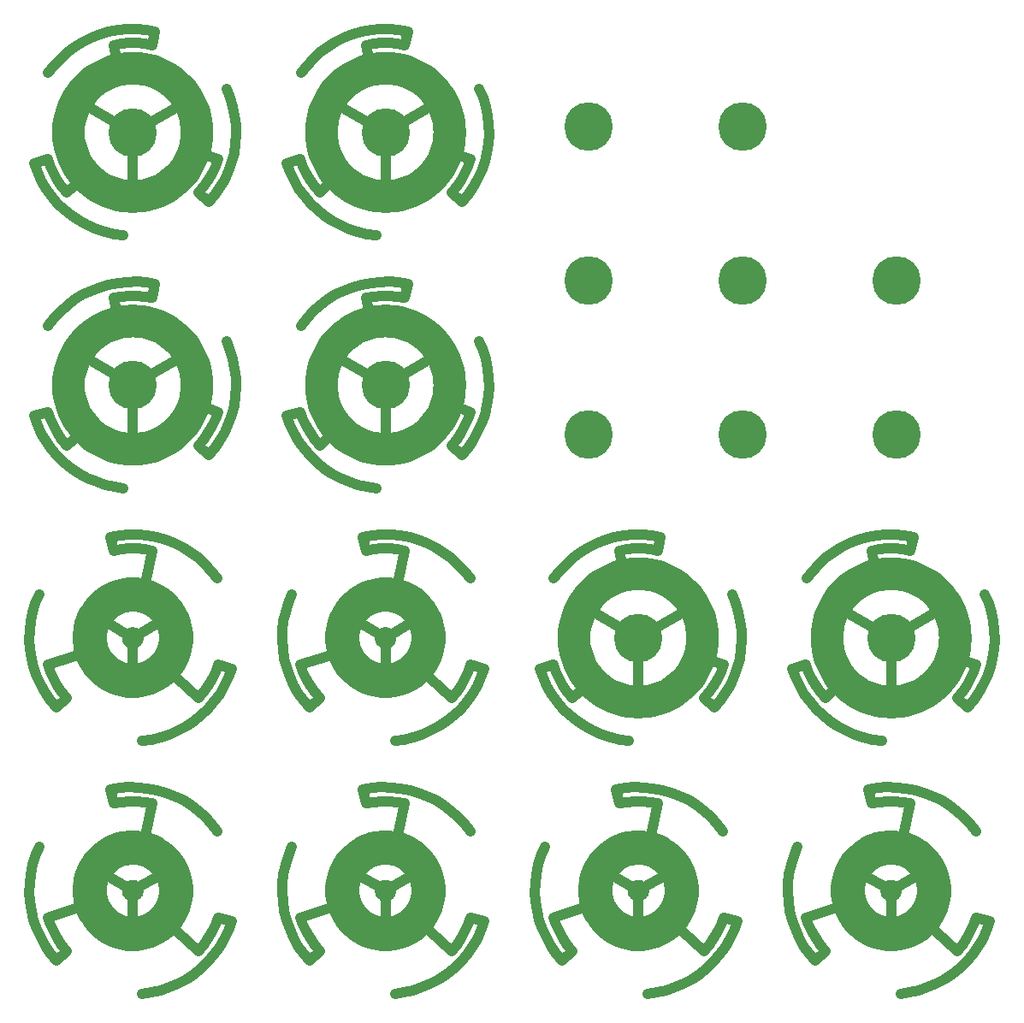
<source format=gtl>
G04 This is an RS-274x file exported by *
G04 gerbv version 2.6.0 *
G04 More information is available about gerbv at *
G04 http://gerbv.gpleda.org/ *
G04 --End of header info--*
%MOIN*%
%FSLAX34Y34*%
%IPPOS*%
G04 --Define apertures--*
%ADD10C,0.1332*%
%ADD11C,0.0394*%
%ADD12C,0.1890*%
%ADD13C,0.1264*%
G04 --Start main section--*
G36*
G01X0000417Y0000000D02*
G01X0000416Y0000036D01*
G01X0000411Y0000072D01*
G01X0000403Y0000108D01*
G01X0000392Y0000143D01*
G01X0000378Y0000176D01*
G01X0000361Y0000209D01*
G01X0000342Y0000239D01*
G01X0000320Y0000268D01*
G01X0000295Y0000295D01*
G01X0000268Y0000320D01*
G01X0000239Y0000342D01*
G01X0000209Y0000361D01*
G01X0000176Y0000378D01*
G01X0000143Y0000392D01*
G01X0000108Y0000403D01*
G01X0000072Y0000411D01*
G01X0000036Y0000416D01*
G01X0000000Y0000417D01*
G01X-000036Y0000416D01*
G01X-000072Y0000411D01*
G01X-000108Y0000403D01*
G01X-000143Y0000392D01*
G01X-000176Y0000378D01*
G01X-000209Y0000361D01*
G01X-000239Y0000342D01*
G01X-000268Y0000320D01*
G01X-000295Y0000295D01*
G01X-000320Y0000268D01*
G01X-000342Y0000239D01*
G01X-000361Y0000209D01*
G01X-000378Y0000176D01*
G01X-000392Y0000143D01*
G01X-000403Y0000108D01*
G01X-000411Y0000072D01*
G01X-000416Y0000036D01*
G01X-000417Y0000000D01*
G01X-000416Y-000036D01*
G01X-000411Y-000072D01*
G01X-000403Y-000108D01*
G01X-000392Y-000143D01*
G01X-000378Y-000176D01*
G01X-000361Y-000209D01*
G01X-000342Y-000239D01*
G01X-000320Y-000268D01*
G01X-000295Y-000295D01*
G01X-000268Y-000320D01*
G01X-000239Y-000342D01*
G01X-000209Y-000361D01*
G01X-000176Y-000378D01*
G01X-000143Y-000392D01*
G01X-000108Y-000403D01*
G01X-000072Y-000411D01*
G01X-000036Y-000416D01*
G01X0000000Y-000417D01*
G01X0000036Y-000416D01*
G01X0000072Y-000411D01*
G01X0000108Y-000403D01*
G01X0000143Y-000392D01*
G01X0000176Y-000378D01*
G01X0000209Y-000361D01*
G01X0000239Y-000342D01*
G01X0000268Y-000320D01*
G01X0000295Y-000295D01*
G01X0000320Y-000268D01*
G01X0000342Y-000239D01*
G01X0000361Y-000209D01*
G01X0000378Y-000176D01*
G01X0000392Y-000143D01*
G01X0000403Y-000108D01*
G01X0000411Y-000072D01*
G01X0000416Y-000036D01*
G01X0000417Y0000000D01*
G37*
G36*
G01X0000417Y0000000D02*
G37*
G54D10*
G01X0001682Y0000000D02*
G01X0001676Y0000147D01*
G01X0001676Y0000147D02*
G01X0001657Y0000292D01*
G01X0001657Y0000292D02*
G01X0001625Y0000435D01*
G01X0001625Y0000435D02*
G01X0001581Y0000575D01*
G01X0001581Y0000575D02*
G01X0001525Y0000711D01*
G01X0001525Y0000711D02*
G01X0001457Y0000841D01*
G01X0001457Y0000841D02*
G01X0001378Y0000965D01*
G01X0001378Y0000965D02*
G01X0001289Y0001081D01*
G01X0001289Y0001081D02*
G01X0001190Y0001190D01*
G01X0001190Y0001190D02*
G01X0001081Y0001289D01*
G01X0001081Y0001289D02*
G01X0000965Y0001378D01*
G01X0000965Y0001378D02*
G01X0000841Y0001457D01*
G01X0000841Y0001457D02*
G01X0000711Y0001525D01*
G01X0000711Y0001525D02*
G01X0000575Y0001581D01*
G01X0000575Y0001581D02*
G01X0000435Y0001625D01*
G01X0000435Y0001625D02*
G01X0000292Y0001657D01*
G01X0000292Y0001657D02*
G01X0000147Y0001676D01*
G01X0000147Y0001676D02*
G01X0000000Y0001682D01*
G01X0000000Y0001682D02*
G01X-000147Y0001676D01*
G01X-000147Y0001676D02*
G01X-000292Y0001657D01*
G01X-000292Y0001657D02*
G01X-000435Y0001625D01*
G01X-000435Y0001625D02*
G01X-000575Y0001581D01*
G01X-000575Y0001581D02*
G01X-000711Y0001525D01*
G01X-000711Y0001525D02*
G01X-000841Y0001457D01*
G01X-000841Y0001457D02*
G01X-000965Y0001378D01*
G01X-000965Y0001378D02*
G01X-001081Y0001289D01*
G01X-001081Y0001289D02*
G01X-001190Y0001190D01*
G01X-001190Y0001190D02*
G01X-001289Y0001081D01*
G01X-001289Y0001081D02*
G01X-001378Y0000965D01*
G01X-001378Y0000965D02*
G01X-001457Y0000841D01*
G01X-001457Y0000841D02*
G01X-001525Y0000711D01*
G01X-001525Y0000711D02*
G01X-001581Y0000575D01*
G01X-001581Y0000575D02*
G01X-001625Y0000435D01*
G01X-001625Y0000435D02*
G01X-001657Y0000292D01*
G01X-001657Y0000292D02*
G01X-001676Y0000147D01*
G01X-001676Y0000147D02*
G01X-001682Y0000000D01*
G01X-001682Y0000000D02*
G01X-001676Y-000147D01*
G01X-001676Y-000147D02*
G01X-001657Y-000292D01*
G01X-001657Y-000292D02*
G01X-001625Y-000435D01*
G01X-001625Y-000435D02*
G01X-001581Y-000575D01*
G01X-001581Y-000575D02*
G01X-001525Y-000711D01*
G01X-001525Y-000711D02*
G01X-001457Y-000841D01*
G01X-001457Y-000841D02*
G01X-001378Y-000965D01*
G01X-001378Y-000965D02*
G01X-001289Y-001081D01*
G01X-001289Y-001081D02*
G01X-001190Y-001190D01*
G01X-001190Y-001190D02*
G01X-001081Y-001289D01*
G01X-001081Y-001289D02*
G01X-000965Y-001378D01*
G01X-000965Y-001378D02*
G01X-000841Y-001457D01*
G01X-000841Y-001457D02*
G01X-000711Y-001525D01*
G01X-000711Y-001525D02*
G01X-000575Y-001581D01*
G01X-000575Y-001581D02*
G01X-000435Y-001625D01*
G01X-000435Y-001625D02*
G01X-000292Y-001657D01*
G01X-000292Y-001657D02*
G01X-000147Y-001676D01*
G01X-000147Y-001676D02*
G01X0000000Y-001682D01*
G01X0000000Y-001682D02*
G01X0000147Y-001676D01*
G01X0000147Y-001676D02*
G01X0000292Y-001657D01*
G01X0000292Y-001657D02*
G01X0000435Y-001625D01*
G01X0000435Y-001625D02*
G01X0000575Y-001581D01*
G01X0000575Y-001581D02*
G01X0000711Y-001525D01*
G01X0000711Y-001525D02*
G01X0000841Y-001457D01*
G01X0000841Y-001457D02*
G01X0000965Y-001378D01*
G01X0000965Y-001378D02*
G01X0001081Y-001289D01*
G01X0001081Y-001289D02*
G01X0001190Y-001190D01*
G01X0001190Y-001190D02*
G01X0001289Y-001081D01*
G01X0001289Y-001081D02*
G01X0001378Y-000965D01*
G01X0001378Y-000965D02*
G01X0001457Y-000841D01*
G01X0001457Y-000841D02*
G01X0001525Y-000711D01*
G01X0001525Y-000711D02*
G01X0001581Y-000575D01*
G01X0001581Y-000575D02*
G01X0001625Y-000435D01*
G01X0001625Y-000435D02*
G01X0001657Y-000292D01*
G01X0001657Y-000292D02*
G01X0001676Y-000147D01*
G01X0001676Y-000147D02*
G01X0001682Y0000000D01*
G54D11*
G01X-000875Y0003932D02*
G01X-000516Y0003995D01*
G01X-000516Y0003995D02*
G01X-000153Y0004025D01*
G01X-000153Y0004025D02*
G01X0000211Y0004023D01*
G01X0000211Y0004023D02*
G01X0000574Y0003987D01*
G01X0000574Y0003987D02*
G01X0000932Y0003919D01*
G01X0000932Y0003919D02*
G01X0001282Y0003819D01*
G01X0001282Y0003819D02*
G01X0001622Y0003687D01*
G01X0001622Y0003687D02*
G01X0001948Y0003526D01*
G01X0001948Y0003526D02*
G01X0002259Y0003335D01*
G01X0002259Y0003335D02*
G01X0002551Y0003117D01*
G01X0002551Y0003117D02*
G01X0002822Y0002874D01*
G01X0002822Y0002874D02*
G01X0003071Y0002607D01*
G01X0003071Y0002607D02*
G01X0003294Y0002319D01*
G01X-000757Y0003399D02*
G01X-000456Y0003452D01*
G01X-000456Y0003452D02*
G01X-000152Y0003479D01*
G01X-000152Y0003479D02*
G01X0000152Y0003479D01*
G01X0000152Y0003479D02*
G01X0000456Y0003452D01*
G01X0000456Y0003452D02*
G01X0000757Y0003399D01*
G01X-000875Y0003932D02*
G01X-000757Y0003399D01*
G01X0000510Y0002292D02*
G01X0000757Y0003399D01*
G01X0000000Y0000000D02*
G01X-000880Y0000508D01*
G01X-002967Y-002724D02*
G01X-003201Y-002445D01*
G01X-003201Y-002445D02*
G01X-003409Y-002145D01*
G01X-003409Y-002145D02*
G01X-003589Y-001828D01*
G01X-003589Y-001828D02*
G01X-003740Y-001497D01*
G01X-003740Y-001497D02*
G01X-003860Y-001153D01*
G01X-003860Y-001153D02*
G01X-003948Y-000799D01*
G01X-003948Y-000799D02*
G01X-004004Y-000439D01*
G01X-004004Y-000439D02*
G01X-004027Y-000075D01*
G01X-004027Y-000075D02*
G01X-004018Y0000289D01*
G01X-004018Y0000289D02*
G01X-003975Y0000651D01*
G01X-003975Y0000651D02*
G01X-003900Y0001007D01*
G01X-003900Y0001007D02*
G01X-003793Y0001356D01*
G01X-003793Y0001356D02*
G01X-003655Y0001693D01*
G01X-002565Y-002355D02*
G01X-002761Y-002121D01*
G01X-002761Y-002121D02*
G01X-002936Y-001871D01*
G01X-002936Y-001871D02*
G01X-003089Y-001607D01*
G01X-003089Y-001607D02*
G01X-003218Y-001331D01*
G01X-003218Y-001331D02*
G01X-003322Y-001044D01*
G01X-002967Y-002724D02*
G01X-002565Y-002355D01*
G01X-002240Y-000704D02*
G01X-003322Y-001044D01*
G01X0000000Y0000000D02*
G01X0000000Y-001016D01*
G01X0003843Y-001208D02*
G01X0003718Y-001550D01*
G01X0003718Y-001550D02*
G01X0003563Y-001880D01*
G01X0003563Y-001880D02*
G01X0003378Y-002194D01*
G01X0003378Y-002194D02*
G01X0003166Y-002490D01*
G01X0003166Y-002490D02*
G01X0002928Y-002766D01*
G01X0002928Y-002766D02*
G01X0002666Y-003020D01*
G01X0002666Y-003020D02*
G01X0002382Y-003248D01*
G01X0002382Y-003248D02*
G01X0002079Y-003450D01*
G01X0002079Y-003450D02*
G01X0001759Y-003624D01*
G01X0001759Y-003624D02*
G01X0001424Y-003768D01*
G01X0001424Y-003768D02*
G01X0001078Y-003881D01*
G01X0001078Y-003881D02*
G01X0000723Y-003963D01*
G01X0000723Y-003963D02*
G01X0000361Y-004012D01*
G01X0003322Y-001044D02*
G01X0003218Y-001331D01*
G01X0003218Y-001331D02*
G01X0003089Y-001607D01*
G01X0003089Y-001607D02*
G01X0002936Y-001871D01*
G01X0002936Y-001871D02*
G01X0002761Y-002121D01*
G01X0002761Y-002121D02*
G01X0002565Y-002355D01*
G01X0003843Y-001208D02*
G01X0003322Y-001044D01*
G01X0001730Y-001588D02*
G01X0002565Y-002355D01*
G01X0000000Y0000000D02*
G01X0000880Y0000508D01*
G01X0023775Y0029775D02*
G54D12*
G01X0023775Y0029775D03*
G01X0017775Y0029775D02*
G01X0017775Y0029775D03*
G01X0029775Y0023775D02*
G01X0029775Y0023775D03*
G01X0023775Y0023775D02*
G01X0023775Y0023775D03*
G01X0017775Y0023775D02*
G01X0017775Y0023775D03*
G01X0029775Y0017775D02*
G01X0029775Y0017775D03*
G01X0023775Y0017775D02*
G01X0023775Y0017775D03*
G01X0017775Y0017775D02*
G01X0017775Y0017775D03*
G01X0029550Y0009850D02*
G01X0029550Y0009850D03*
G54D13*
G01X0032051Y0009850D02*
G01X0032041Y0010068D01*
G01X0032041Y0010068D02*
G01X0032013Y0010284D01*
G01X0032013Y0010284D02*
G01X0031966Y0010497D01*
G01X0031966Y0010497D02*
G01X0031900Y0010705D01*
G01X0031900Y0010705D02*
G01X0031817Y0010907D01*
G01X0031817Y0010907D02*
G01X0031716Y0011100D01*
G01X0031716Y0011100D02*
G01X0031599Y0011284D01*
G01X0031599Y0011284D02*
G01X0031466Y0011458D01*
G01X0031466Y0011458D02*
G01X0031318Y0011618D01*
G01X0031318Y0011618D02*
G01X0031158Y0011766D01*
G01X0031158Y0011766D02*
G01X0030984Y0011899D01*
G01X0030984Y0011899D02*
G01X0030800Y0012016D01*
G01X0030800Y0012016D02*
G01X0030607Y0012117D01*
G01X0030607Y0012117D02*
G01X0030405Y0012200D01*
G01X0030405Y0012200D02*
G01X0030197Y0012266D01*
G01X0030197Y0012266D02*
G01X0029984Y0012313D01*
G01X0029984Y0012313D02*
G01X0029768Y0012341D01*
G01X0029768Y0012341D02*
G01X0029550Y0012351D01*
G01X0029550Y0012351D02*
G01X0029332Y0012341D01*
G01X0029332Y0012341D02*
G01X0029116Y0012313D01*
G01X0029116Y0012313D02*
G01X0028903Y0012266D01*
G01X0028903Y0012266D02*
G01X0028695Y0012200D01*
G01X0028695Y0012200D02*
G01X0028493Y0012117D01*
G01X0028493Y0012117D02*
G01X0028300Y0012016D01*
G01X0028300Y0012016D02*
G01X0028116Y0011899D01*
G01X0028116Y0011899D02*
G01X0027942Y0011766D01*
G01X0027942Y0011766D02*
G01X0027782Y0011618D01*
G01X0027782Y0011618D02*
G01X0027634Y0011458D01*
G01X0027634Y0011458D02*
G01X0027501Y0011284D01*
G01X0027501Y0011284D02*
G01X0027384Y0011100D01*
G01X0027384Y0011100D02*
G01X0027283Y0010907D01*
G01X0027283Y0010907D02*
G01X0027200Y0010705D01*
G01X0027200Y0010705D02*
G01X0027134Y0010497D01*
G01X0027134Y0010497D02*
G01X0027087Y0010284D01*
G01X0027087Y0010284D02*
G01X0027059Y0010068D01*
G01X0027059Y0010068D02*
G01X0027049Y0009850D01*
G01X0027049Y0009850D02*
G01X0027059Y0009632D01*
G01X0027059Y0009632D02*
G01X0027087Y0009416D01*
G01X0027087Y0009416D02*
G01X0027134Y0009203D01*
G01X0027134Y0009203D02*
G01X0027200Y0008995D01*
G01X0027200Y0008995D02*
G01X0027283Y0008793D01*
G01X0027283Y0008793D02*
G01X0027384Y0008600D01*
G01X0027384Y0008600D02*
G01X0027501Y0008416D01*
G01X0027501Y0008416D02*
G01X0027634Y0008242D01*
G01X0027634Y0008242D02*
G01X0027782Y0008082D01*
G01X0027782Y0008082D02*
G01X0027942Y0007934D01*
G01X0027942Y0007934D02*
G01X0028116Y0007801D01*
G01X0028116Y0007801D02*
G01X0028300Y0007684D01*
G01X0028300Y0007684D02*
G01X0028493Y0007583D01*
G01X0028493Y0007583D02*
G01X0028695Y0007500D01*
G01X0028695Y0007500D02*
G01X0028903Y0007434D01*
G01X0028903Y0007434D02*
G01X0029116Y0007387D01*
G01X0029116Y0007387D02*
G01X0029332Y0007359D01*
G01X0029332Y0007359D02*
G01X0029550Y0007349D01*
G01X0029550Y0007349D02*
G01X0029768Y0007359D01*
G01X0029768Y0007359D02*
G01X0029984Y0007387D01*
G01X0029984Y0007387D02*
G01X0030197Y0007434D01*
G01X0030197Y0007434D02*
G01X0030405Y0007500D01*
G01X0030405Y0007500D02*
G01X0030607Y0007583D01*
G01X0030607Y0007583D02*
G01X0030800Y0007684D01*
G01X0030800Y0007684D02*
G01X0030984Y0007801D01*
G01X0030984Y0007801D02*
G01X0031158Y0007934D01*
G01X0031158Y0007934D02*
G01X0031318Y0008082D01*
G01X0031318Y0008082D02*
G01X0031466Y0008242D01*
G01X0031466Y0008242D02*
G01X0031599Y0008416D01*
G01X0031599Y0008416D02*
G01X0031716Y0008600D01*
G01X0031716Y0008600D02*
G01X0031817Y0008793D01*
G01X0031817Y0008793D02*
G01X0031900Y0008995D01*
G01X0031900Y0008995D02*
G01X0031966Y0009203D01*
G01X0031966Y0009203D02*
G01X0032013Y0009416D01*
G01X0032013Y0009416D02*
G01X0032041Y0009632D01*
G01X0032041Y0009632D02*
G01X0032051Y0009850D01*
G54D11*
G01X0030425Y0013782D02*
G01X0030066Y0013845D01*
G01X0030066Y0013845D02*
G01X0029703Y0013875D01*
G01X0029703Y0013875D02*
G01X0029339Y0013873D01*
G01X0029339Y0013873D02*
G01X0028976Y0013837D01*
G01X0028976Y0013837D02*
G01X0028618Y0013769D01*
G01X0028618Y0013769D02*
G01X0028268Y0013669D01*
G01X0028268Y0013669D02*
G01X0027928Y0013537D01*
G01X0027928Y0013537D02*
G01X0027602Y0013376D01*
G01X0027602Y0013376D02*
G01X0027291Y0013185D01*
G01X0027291Y0013185D02*
G01X0026999Y0012967D01*
G01X0026999Y0012967D02*
G01X0026728Y0012724D01*
G01X0026728Y0012724D02*
G01X0026479Y0012457D01*
G01X0026479Y0012457D02*
G01X0026256Y0012169D01*
G01X0030307Y0013249D02*
G01X0030006Y0013302D01*
G01X0030006Y0013302D02*
G01X0029702Y0013329D01*
G01X0029702Y0013329D02*
G01X0029398Y0013329D01*
G01X0029398Y0013329D02*
G01X0029094Y0013302D01*
G01X0029094Y0013302D02*
G01X0028793Y0013249D01*
G01X0030425Y0013782D02*
G01X0030307Y0013249D01*
G01X0028869Y0012908D02*
G01X0028793Y0013249D01*
G01X0029550Y0009850D02*
G01X0027932Y0010784D01*
G01X0025707Y0008642D02*
G01X0025832Y0008300D01*
G01X0025832Y0008300D02*
G01X0025987Y0007970D01*
G01X0025987Y0007970D02*
G01X0026172Y0007656D01*
G01X0026172Y0007656D02*
G01X0026384Y0007360D01*
G01X0026384Y0007360D02*
G01X0026622Y0007084D01*
G01X0026622Y0007084D02*
G01X0026884Y0006830D01*
G01X0026884Y0006830D02*
G01X0027168Y0006602D01*
G01X0027168Y0006602D02*
G01X0027471Y0006400D01*
G01X0027471Y0006400D02*
G01X0027791Y0006226D01*
G01X0027791Y0006226D02*
G01X0028126Y0006082D01*
G01X0028126Y0006082D02*
G01X0028472Y0005969D01*
G01X0028472Y0005969D02*
G01X0028827Y0005887D01*
G01X0028827Y0005887D02*
G01X0029189Y0005838D01*
G01X0026228Y0008806D02*
G01X0026332Y0008519D01*
G01X0026332Y0008519D02*
G01X0026461Y0008243D01*
G01X0026461Y0008243D02*
G01X0026614Y0007979D01*
G01X0026614Y0007979D02*
G01X0026789Y0007729D01*
G01X0026789Y0007729D02*
G01X0026985Y0007495D01*
G01X0025707Y0008642D02*
G01X0026228Y0008806D01*
G01X0027242Y0007731D02*
G01X0026985Y0007495D01*
G01X0029550Y0009850D02*
G01X0029550Y0007981D01*
G01X0032517Y0007126D02*
G01X0032751Y0007405D01*
G01X0032751Y0007405D02*
G01X0032959Y0007705D01*
G01X0032959Y0007705D02*
G01X0033139Y0008022D01*
G01X0033139Y0008022D02*
G01X0033290Y0008353D01*
G01X0033290Y0008353D02*
G01X0033410Y0008697D01*
G01X0033410Y0008697D02*
G01X0033498Y0009051D01*
G01X0033498Y0009051D02*
G01X0033554Y0009411D01*
G01X0033554Y0009411D02*
G01X0033577Y0009775D01*
G01X0033577Y0009775D02*
G01X0033568Y0010139D01*
G01X0033568Y0010139D02*
G01X0033525Y0010501D01*
G01X0033525Y0010501D02*
G01X0033450Y0010857D01*
G01X0033450Y0010857D02*
G01X0033343Y0011206D01*
G01X0033343Y0011206D02*
G01X0033205Y0011543D01*
G01X0032115Y0007495D02*
G01X0032311Y0007729D01*
G01X0032311Y0007729D02*
G01X0032486Y0007979D01*
G01X0032486Y0007979D02*
G01X0032639Y0008243D01*
G01X0032639Y0008243D02*
G01X0032768Y0008519D01*
G01X0032768Y0008519D02*
G01X0032872Y0008806D01*
G01X0032517Y0007126D02*
G01X0032115Y0007495D01*
G01X0032539Y0008911D02*
G01X0032872Y0008806D01*
G01X0029550Y0009850D02*
G01X0031168Y0010784D01*
G01X0029550Y0000000D02*
G36*
G01X0029967Y0000000D02*
G01X0029966Y0000036D01*
G01X0029961Y0000072D01*
G01X0029953Y0000108D01*
G01X0029942Y0000143D01*
G01X0029928Y0000176D01*
G01X0029911Y0000209D01*
G01X0029892Y0000239D01*
G01X0029870Y0000268D01*
G01X0029845Y0000295D01*
G01X0029818Y0000320D01*
G01X0029789Y0000342D01*
G01X0029759Y0000361D01*
G01X0029726Y0000378D01*
G01X0029693Y0000392D01*
G01X0029658Y0000403D01*
G01X0029622Y0000411D01*
G01X0029586Y0000416D01*
G01X0029550Y0000417D01*
G01X0029514Y0000416D01*
G01X0029478Y0000411D01*
G01X0029442Y0000403D01*
G01X0029407Y0000392D01*
G01X0029374Y0000378D01*
G01X0029341Y0000361D01*
G01X0029311Y0000342D01*
G01X0029282Y0000320D01*
G01X0029255Y0000295D01*
G01X0029230Y0000268D01*
G01X0029208Y0000239D01*
G01X0029189Y0000209D01*
G01X0029172Y0000176D01*
G01X0029158Y0000143D01*
G01X0029147Y0000108D01*
G01X0029139Y0000072D01*
G01X0029134Y0000036D01*
G01X0029133Y0000000D01*
G01X0029134Y-000036D01*
G01X0029139Y-000072D01*
G01X0029147Y-000108D01*
G01X0029158Y-000143D01*
G01X0029172Y-000176D01*
G01X0029189Y-000209D01*
G01X0029208Y-000239D01*
G01X0029230Y-000268D01*
G01X0029255Y-000295D01*
G01X0029282Y-000320D01*
G01X0029311Y-000342D01*
G01X0029341Y-000361D01*
G01X0029374Y-000378D01*
G01X0029407Y-000392D01*
G01X0029442Y-000403D01*
G01X0029478Y-000411D01*
G01X0029514Y-000416D01*
G01X0029550Y-000417D01*
G01X0029586Y-000416D01*
G01X0029622Y-000411D01*
G01X0029658Y-000403D01*
G01X0029693Y-000392D01*
G01X0029726Y-000378D01*
G01X0029759Y-000361D01*
G01X0029789Y-000342D01*
G01X0029818Y-000320D01*
G01X0029845Y-000295D01*
G01X0029870Y-000268D01*
G01X0029892Y-000239D01*
G01X0029911Y-000209D01*
G01X0029928Y-000176D01*
G01X0029942Y-000143D01*
G01X0029953Y-000108D01*
G01X0029961Y-000072D01*
G01X0029966Y-000036D01*
G01X0029967Y0000000D01*
G37*
G36*
G01X0029967Y0000000D02*
G37*
G54D10*
G01X0031232Y0000000D02*
G01X0031226Y0000147D01*
G01X0031226Y0000147D02*
G01X0031207Y0000292D01*
G01X0031207Y0000292D02*
G01X0031175Y0000435D01*
G01X0031175Y0000435D02*
G01X0031131Y0000575D01*
G01X0031131Y0000575D02*
G01X0031075Y0000711D01*
G01X0031075Y0000711D02*
G01X0031007Y0000841D01*
G01X0031007Y0000841D02*
G01X0030928Y0000965D01*
G01X0030928Y0000965D02*
G01X0030839Y0001081D01*
G01X0030839Y0001081D02*
G01X0030740Y0001190D01*
G01X0030740Y0001190D02*
G01X0030631Y0001289D01*
G01X0030631Y0001289D02*
G01X0030515Y0001378D01*
G01X0030515Y0001378D02*
G01X0030391Y0001457D01*
G01X0030391Y0001457D02*
G01X0030261Y0001525D01*
G01X0030261Y0001525D02*
G01X0030125Y0001581D01*
G01X0030125Y0001581D02*
G01X0029985Y0001625D01*
G01X0029985Y0001625D02*
G01X0029842Y0001657D01*
G01X0029842Y0001657D02*
G01X0029697Y0001676D01*
G01X0029697Y0001676D02*
G01X0029550Y0001682D01*
G01X0029550Y0001682D02*
G01X0029403Y0001676D01*
G01X0029403Y0001676D02*
G01X0029258Y0001657D01*
G01X0029258Y0001657D02*
G01X0029115Y0001625D01*
G01X0029115Y0001625D02*
G01X0028975Y0001581D01*
G01X0028975Y0001581D02*
G01X0028839Y0001525D01*
G01X0028839Y0001525D02*
G01X0028709Y0001457D01*
G01X0028709Y0001457D02*
G01X0028585Y0001378D01*
G01X0028585Y0001378D02*
G01X0028469Y0001289D01*
G01X0028469Y0001289D02*
G01X0028360Y0001190D01*
G01X0028360Y0001190D02*
G01X0028261Y0001081D01*
G01X0028261Y0001081D02*
G01X0028172Y0000965D01*
G01X0028172Y0000965D02*
G01X0028093Y0000841D01*
G01X0028093Y0000841D02*
G01X0028025Y0000711D01*
G01X0028025Y0000711D02*
G01X0027969Y0000575D01*
G01X0027969Y0000575D02*
G01X0027925Y0000435D01*
G01X0027925Y0000435D02*
G01X0027893Y0000292D01*
G01X0027893Y0000292D02*
G01X0027874Y0000147D01*
G01X0027874Y0000147D02*
G01X0027868Y0000000D01*
G01X0027868Y0000000D02*
G01X0027874Y-000147D01*
G01X0027874Y-000147D02*
G01X0027893Y-000292D01*
G01X0027893Y-000292D02*
G01X0027925Y-000435D01*
G01X0027925Y-000435D02*
G01X0027969Y-000575D01*
G01X0027969Y-000575D02*
G01X0028025Y-000711D01*
G01X0028025Y-000711D02*
G01X0028093Y-000841D01*
G01X0028093Y-000841D02*
G01X0028172Y-000965D01*
G01X0028172Y-000965D02*
G01X0028261Y-001081D01*
G01X0028261Y-001081D02*
G01X0028360Y-001190D01*
G01X0028360Y-001190D02*
G01X0028469Y-001289D01*
G01X0028469Y-001289D02*
G01X0028585Y-001378D01*
G01X0028585Y-001378D02*
G01X0028709Y-001457D01*
G01X0028709Y-001457D02*
G01X0028839Y-001525D01*
G01X0028839Y-001525D02*
G01X0028975Y-001581D01*
G01X0028975Y-001581D02*
G01X0029115Y-001625D01*
G01X0029115Y-001625D02*
G01X0029258Y-001657D01*
G01X0029258Y-001657D02*
G01X0029403Y-001676D01*
G01X0029403Y-001676D02*
G01X0029550Y-001682D01*
G01X0029550Y-001682D02*
G01X0029697Y-001676D01*
G01X0029697Y-001676D02*
G01X0029842Y-001657D01*
G01X0029842Y-001657D02*
G01X0029985Y-001625D01*
G01X0029985Y-001625D02*
G01X0030125Y-001581D01*
G01X0030125Y-001581D02*
G01X0030261Y-001525D01*
G01X0030261Y-001525D02*
G01X0030391Y-001457D01*
G01X0030391Y-001457D02*
G01X0030515Y-001378D01*
G01X0030515Y-001378D02*
G01X0030631Y-001289D01*
G01X0030631Y-001289D02*
G01X0030740Y-001190D01*
G01X0030740Y-001190D02*
G01X0030839Y-001081D01*
G01X0030839Y-001081D02*
G01X0030928Y-000965D01*
G01X0030928Y-000965D02*
G01X0031007Y-000841D01*
G01X0031007Y-000841D02*
G01X0031075Y-000711D01*
G01X0031075Y-000711D02*
G01X0031131Y-000575D01*
G01X0031131Y-000575D02*
G01X0031175Y-000435D01*
G01X0031175Y-000435D02*
G01X0031207Y-000292D01*
G01X0031207Y-000292D02*
G01X0031226Y-000147D01*
G01X0031226Y-000147D02*
G01X0031232Y0000000D01*
G54D11*
G01X0028675Y0003932D02*
G01X0029034Y0003995D01*
G01X0029034Y0003995D02*
G01X0029397Y0004025D01*
G01X0029397Y0004025D02*
G01X0029761Y0004023D01*
G01X0029761Y0004023D02*
G01X0030124Y0003987D01*
G01X0030124Y0003987D02*
G01X0030482Y0003919D01*
G01X0030482Y0003919D02*
G01X0030832Y0003819D01*
G01X0030832Y0003819D02*
G01X0031172Y0003687D01*
G01X0031172Y0003687D02*
G01X0031498Y0003526D01*
G01X0031498Y0003526D02*
G01X0031809Y0003335D01*
G01X0031809Y0003335D02*
G01X0032101Y0003117D01*
G01X0032101Y0003117D02*
G01X0032372Y0002874D01*
G01X0032372Y0002874D02*
G01X0032621Y0002607D01*
G01X0032621Y0002607D02*
G01X0032844Y0002319D01*
G01X0028793Y0003399D02*
G01X0029094Y0003452D01*
G01X0029094Y0003452D02*
G01X0029398Y0003479D01*
G01X0029398Y0003479D02*
G01X0029702Y0003479D01*
G01X0029702Y0003479D02*
G01X0030006Y0003452D01*
G01X0030006Y0003452D02*
G01X0030307Y0003399D01*
G01X0028675Y0003932D02*
G01X0028793Y0003399D01*
G01X0030060Y0002292D02*
G01X0030307Y0003399D01*
G01X0029550Y0000000D02*
G01X0028670Y0000508D01*
G01X0026583Y-002724D02*
G01X0026349Y-002445D01*
G01X0026349Y-002445D02*
G01X0026141Y-002145D01*
G01X0026141Y-002145D02*
G01X0025961Y-001828D01*
G01X0025961Y-001828D02*
G01X0025810Y-001497D01*
G01X0025810Y-001497D02*
G01X0025690Y-001153D01*
G01X0025690Y-001153D02*
G01X0025602Y-000799D01*
G01X0025602Y-000799D02*
G01X0025546Y-000439D01*
G01X0025546Y-000439D02*
G01X0025523Y-000075D01*
G01X0025523Y-000075D02*
G01X0025532Y0000289D01*
G01X0025532Y0000289D02*
G01X0025575Y0000651D01*
G01X0025575Y0000651D02*
G01X0025650Y0001007D01*
G01X0025650Y0001007D02*
G01X0025757Y0001356D01*
G01X0025757Y0001356D02*
G01X0025895Y0001693D01*
G01X0026985Y-002355D02*
G01X0026789Y-002121D01*
G01X0026789Y-002121D02*
G01X0026614Y-001871D01*
G01X0026614Y-001871D02*
G01X0026461Y-001607D01*
G01X0026461Y-001607D02*
G01X0026332Y-001331D01*
G01X0026332Y-001331D02*
G01X0026228Y-001044D01*
G01X0026583Y-002724D02*
G01X0026985Y-002355D01*
G01X0027310Y-000704D02*
G01X0026228Y-001044D01*
G01X0029550Y0000000D02*
G01X0029550Y-001016D01*
G01X0033393Y-001208D02*
G01X0033268Y-001550D01*
G01X0033268Y-001550D02*
G01X0033113Y-001880D01*
G01X0033113Y-001880D02*
G01X0032928Y-002194D01*
G01X0032928Y-002194D02*
G01X0032716Y-002490D01*
G01X0032716Y-002490D02*
G01X0032478Y-002766D01*
G01X0032478Y-002766D02*
G01X0032216Y-003020D01*
G01X0032216Y-003020D02*
G01X0031932Y-003248D01*
G01X0031932Y-003248D02*
G01X0031629Y-003450D01*
G01X0031629Y-003450D02*
G01X0031309Y-003624D01*
G01X0031309Y-003624D02*
G01X0030974Y-003768D01*
G01X0030974Y-003768D02*
G01X0030628Y-003881D01*
G01X0030628Y-003881D02*
G01X0030273Y-003963D01*
G01X0030273Y-003963D02*
G01X0029911Y-004012D01*
G01X0032872Y-001044D02*
G01X0032768Y-001331D01*
G01X0032768Y-001331D02*
G01X0032639Y-001607D01*
G01X0032639Y-001607D02*
G01X0032486Y-001871D01*
G01X0032486Y-001871D02*
G01X0032311Y-002121D01*
G01X0032311Y-002121D02*
G01X0032115Y-002355D01*
G01X0033393Y-001208D02*
G01X0032872Y-001044D01*
G01X0031280Y-001588D02*
G01X0032115Y-002355D01*
G01X0029550Y0000000D02*
G01X0030430Y0000508D01*
G01X0019700Y0009850D02*
G54D12*
G01X0019700Y0009850D03*
G54D13*
G01X0022201Y0009850D02*
G01X0022191Y0010068D01*
G01X0022191Y0010068D02*
G01X0022163Y0010284D01*
G01X0022163Y0010284D02*
G01X0022116Y0010497D01*
G01X0022116Y0010497D02*
G01X0022050Y0010705D01*
G01X0022050Y0010705D02*
G01X0021967Y0010907D01*
G01X0021967Y0010907D02*
G01X0021866Y0011100D01*
G01X0021866Y0011100D02*
G01X0021749Y0011284D01*
G01X0021749Y0011284D02*
G01X0021616Y0011458D01*
G01X0021616Y0011458D02*
G01X0021468Y0011618D01*
G01X0021468Y0011618D02*
G01X0021308Y0011766D01*
G01X0021308Y0011766D02*
G01X0021134Y0011899D01*
G01X0021134Y0011899D02*
G01X0020950Y0012016D01*
G01X0020950Y0012016D02*
G01X0020757Y0012117D01*
G01X0020757Y0012117D02*
G01X0020555Y0012200D01*
G01X0020555Y0012200D02*
G01X0020347Y0012266D01*
G01X0020347Y0012266D02*
G01X0020134Y0012313D01*
G01X0020134Y0012313D02*
G01X0019918Y0012341D01*
G01X0019918Y0012341D02*
G01X0019700Y0012351D01*
G01X0019700Y0012351D02*
G01X0019482Y0012341D01*
G01X0019482Y0012341D02*
G01X0019266Y0012313D01*
G01X0019266Y0012313D02*
G01X0019053Y0012266D01*
G01X0019053Y0012266D02*
G01X0018845Y0012200D01*
G01X0018845Y0012200D02*
G01X0018643Y0012117D01*
G01X0018643Y0012117D02*
G01X0018450Y0012016D01*
G01X0018450Y0012016D02*
G01X0018266Y0011899D01*
G01X0018266Y0011899D02*
G01X0018092Y0011766D01*
G01X0018092Y0011766D02*
G01X0017932Y0011618D01*
G01X0017932Y0011618D02*
G01X0017784Y0011458D01*
G01X0017784Y0011458D02*
G01X0017651Y0011284D01*
G01X0017651Y0011284D02*
G01X0017534Y0011100D01*
G01X0017534Y0011100D02*
G01X0017433Y0010907D01*
G01X0017433Y0010907D02*
G01X0017350Y0010705D01*
G01X0017350Y0010705D02*
G01X0017284Y0010497D01*
G01X0017284Y0010497D02*
G01X0017237Y0010284D01*
G01X0017237Y0010284D02*
G01X0017209Y0010068D01*
G01X0017209Y0010068D02*
G01X0017199Y0009850D01*
G01X0017199Y0009850D02*
G01X0017209Y0009632D01*
G01X0017209Y0009632D02*
G01X0017237Y0009416D01*
G01X0017237Y0009416D02*
G01X0017284Y0009203D01*
G01X0017284Y0009203D02*
G01X0017350Y0008995D01*
G01X0017350Y0008995D02*
G01X0017433Y0008793D01*
G01X0017433Y0008793D02*
G01X0017534Y0008600D01*
G01X0017534Y0008600D02*
G01X0017651Y0008416D01*
G01X0017651Y0008416D02*
G01X0017784Y0008242D01*
G01X0017784Y0008242D02*
G01X0017932Y0008082D01*
G01X0017932Y0008082D02*
G01X0018092Y0007934D01*
G01X0018092Y0007934D02*
G01X0018266Y0007801D01*
G01X0018266Y0007801D02*
G01X0018450Y0007684D01*
G01X0018450Y0007684D02*
G01X0018643Y0007583D01*
G01X0018643Y0007583D02*
G01X0018845Y0007500D01*
G01X0018845Y0007500D02*
G01X0019053Y0007434D01*
G01X0019053Y0007434D02*
G01X0019266Y0007387D01*
G01X0019266Y0007387D02*
G01X0019482Y0007359D01*
G01X0019482Y0007359D02*
G01X0019700Y0007349D01*
G01X0019700Y0007349D02*
G01X0019918Y0007359D01*
G01X0019918Y0007359D02*
G01X0020134Y0007387D01*
G01X0020134Y0007387D02*
G01X0020347Y0007434D01*
G01X0020347Y0007434D02*
G01X0020555Y0007500D01*
G01X0020555Y0007500D02*
G01X0020757Y0007583D01*
G01X0020757Y0007583D02*
G01X0020950Y0007684D01*
G01X0020950Y0007684D02*
G01X0021134Y0007801D01*
G01X0021134Y0007801D02*
G01X0021308Y0007934D01*
G01X0021308Y0007934D02*
G01X0021468Y0008082D01*
G01X0021468Y0008082D02*
G01X0021616Y0008242D01*
G01X0021616Y0008242D02*
G01X0021749Y0008416D01*
G01X0021749Y0008416D02*
G01X0021866Y0008600D01*
G01X0021866Y0008600D02*
G01X0021967Y0008793D01*
G01X0021967Y0008793D02*
G01X0022050Y0008995D01*
G01X0022050Y0008995D02*
G01X0022116Y0009203D01*
G01X0022116Y0009203D02*
G01X0022163Y0009416D01*
G01X0022163Y0009416D02*
G01X0022191Y0009632D01*
G01X0022191Y0009632D02*
G01X0022201Y0009850D01*
G54D11*
G01X0020575Y0013782D02*
G01X0020216Y0013845D01*
G01X0020216Y0013845D02*
G01X0019853Y0013875D01*
G01X0019853Y0013875D02*
G01X0019489Y0013873D01*
G01X0019489Y0013873D02*
G01X0019126Y0013837D01*
G01X0019126Y0013837D02*
G01X0018768Y0013769D01*
G01X0018768Y0013769D02*
G01X0018418Y0013669D01*
G01X0018418Y0013669D02*
G01X0018078Y0013537D01*
G01X0018078Y0013537D02*
G01X0017752Y0013376D01*
G01X0017752Y0013376D02*
G01X0017441Y0013185D01*
G01X0017441Y0013185D02*
G01X0017149Y0012967D01*
G01X0017149Y0012967D02*
G01X0016878Y0012724D01*
G01X0016878Y0012724D02*
G01X0016629Y0012457D01*
G01X0016629Y0012457D02*
G01X0016406Y0012169D01*
G01X0020457Y0013249D02*
G01X0020156Y0013302D01*
G01X0020156Y0013302D02*
G01X0019852Y0013329D01*
G01X0019852Y0013329D02*
G01X0019548Y0013329D01*
G01X0019548Y0013329D02*
G01X0019244Y0013302D01*
G01X0019244Y0013302D02*
G01X0018943Y0013249D01*
G01X0020575Y0013782D02*
G01X0020457Y0013249D01*
G01X0019019Y0012908D02*
G01X0018943Y0013249D01*
G01X0019700Y0009850D02*
G01X0018082Y0010784D01*
G01X0015857Y0008642D02*
G01X0015982Y0008300D01*
G01X0015982Y0008300D02*
G01X0016137Y0007970D01*
G01X0016137Y0007970D02*
G01X0016322Y0007656D01*
G01X0016322Y0007656D02*
G01X0016534Y0007360D01*
G01X0016534Y0007360D02*
G01X0016772Y0007084D01*
G01X0016772Y0007084D02*
G01X0017034Y0006830D01*
G01X0017034Y0006830D02*
G01X0017318Y0006602D01*
G01X0017318Y0006602D02*
G01X0017621Y0006400D01*
G01X0017621Y0006400D02*
G01X0017941Y0006226D01*
G01X0017941Y0006226D02*
G01X0018276Y0006082D01*
G01X0018276Y0006082D02*
G01X0018622Y0005969D01*
G01X0018622Y0005969D02*
G01X0018977Y0005887D01*
G01X0018977Y0005887D02*
G01X0019339Y0005838D01*
G01X0016378Y0008806D02*
G01X0016482Y0008519D01*
G01X0016482Y0008519D02*
G01X0016611Y0008243D01*
G01X0016611Y0008243D02*
G01X0016764Y0007979D01*
G01X0016764Y0007979D02*
G01X0016939Y0007729D01*
G01X0016939Y0007729D02*
G01X0017135Y0007495D01*
G01X0015857Y0008642D02*
G01X0016378Y0008806D01*
G01X0017392Y0007731D02*
G01X0017135Y0007495D01*
G01X0019700Y0009850D02*
G01X0019700Y0007981D01*
G01X0022667Y0007126D02*
G01X0022901Y0007405D01*
G01X0022901Y0007405D02*
G01X0023109Y0007705D01*
G01X0023109Y0007705D02*
G01X0023289Y0008022D01*
G01X0023289Y0008022D02*
G01X0023440Y0008353D01*
G01X0023440Y0008353D02*
G01X0023560Y0008697D01*
G01X0023560Y0008697D02*
G01X0023648Y0009051D01*
G01X0023648Y0009051D02*
G01X0023704Y0009411D01*
G01X0023704Y0009411D02*
G01X0023727Y0009775D01*
G01X0023727Y0009775D02*
G01X0023718Y0010139D01*
G01X0023718Y0010139D02*
G01X0023675Y0010501D01*
G01X0023675Y0010501D02*
G01X0023600Y0010857D01*
G01X0023600Y0010857D02*
G01X0023493Y0011206D01*
G01X0023493Y0011206D02*
G01X0023355Y0011543D01*
G01X0022265Y0007495D02*
G01X0022461Y0007729D01*
G01X0022461Y0007729D02*
G01X0022636Y0007979D01*
G01X0022636Y0007979D02*
G01X0022789Y0008243D01*
G01X0022789Y0008243D02*
G01X0022918Y0008519D01*
G01X0022918Y0008519D02*
G01X0023022Y0008806D01*
G01X0022667Y0007126D02*
G01X0022265Y0007495D01*
G01X0022689Y0008911D02*
G01X0023022Y0008806D01*
G01X0019700Y0009850D02*
G01X0021318Y0010784D01*
G01X0019700Y0000000D02*
G36*
G01X0020117Y0000000D02*
G01X0020116Y0000036D01*
G01X0020111Y0000072D01*
G01X0020103Y0000108D01*
G01X0020092Y0000143D01*
G01X0020078Y0000176D01*
G01X0020061Y0000209D01*
G01X0020042Y0000239D01*
G01X0020020Y0000268D01*
G01X0019995Y0000295D01*
G01X0019968Y0000320D01*
G01X0019939Y0000342D01*
G01X0019909Y0000361D01*
G01X0019876Y0000378D01*
G01X0019843Y0000392D01*
G01X0019808Y0000403D01*
G01X0019772Y0000411D01*
G01X0019736Y0000416D01*
G01X0019700Y0000417D01*
G01X0019664Y0000416D01*
G01X0019628Y0000411D01*
G01X0019592Y0000403D01*
G01X0019557Y0000392D01*
G01X0019524Y0000378D01*
G01X0019491Y0000361D01*
G01X0019461Y0000342D01*
G01X0019432Y0000320D01*
G01X0019405Y0000295D01*
G01X0019380Y0000268D01*
G01X0019358Y0000239D01*
G01X0019339Y0000209D01*
G01X0019322Y0000176D01*
G01X0019308Y0000143D01*
G01X0019297Y0000108D01*
G01X0019289Y0000072D01*
G01X0019284Y0000036D01*
G01X0019283Y0000000D01*
G01X0019284Y-000036D01*
G01X0019289Y-000072D01*
G01X0019297Y-000108D01*
G01X0019308Y-000143D01*
G01X0019322Y-000176D01*
G01X0019339Y-000209D01*
G01X0019358Y-000239D01*
G01X0019380Y-000268D01*
G01X0019405Y-000295D01*
G01X0019432Y-000320D01*
G01X0019461Y-000342D01*
G01X0019491Y-000361D01*
G01X0019524Y-000378D01*
G01X0019557Y-000392D01*
G01X0019592Y-000403D01*
G01X0019628Y-000411D01*
G01X0019664Y-000416D01*
G01X0019700Y-000417D01*
G01X0019736Y-000416D01*
G01X0019772Y-000411D01*
G01X0019808Y-000403D01*
G01X0019843Y-000392D01*
G01X0019876Y-000378D01*
G01X0019909Y-000361D01*
G01X0019939Y-000342D01*
G01X0019968Y-000320D01*
G01X0019995Y-000295D01*
G01X0020020Y-000268D01*
G01X0020042Y-000239D01*
G01X0020061Y-000209D01*
G01X0020078Y-000176D01*
G01X0020092Y-000143D01*
G01X0020103Y-000108D01*
G01X0020111Y-000072D01*
G01X0020116Y-000036D01*
G01X0020117Y0000000D01*
G37*
G36*
G01X0020117Y0000000D02*
G37*
G54D10*
G01X0021382Y0000000D02*
G01X0021376Y0000147D01*
G01X0021376Y0000147D02*
G01X0021357Y0000292D01*
G01X0021357Y0000292D02*
G01X0021325Y0000435D01*
G01X0021325Y0000435D02*
G01X0021281Y0000575D01*
G01X0021281Y0000575D02*
G01X0021225Y0000711D01*
G01X0021225Y0000711D02*
G01X0021157Y0000841D01*
G01X0021157Y0000841D02*
G01X0021078Y0000965D01*
G01X0021078Y0000965D02*
G01X0020989Y0001081D01*
G01X0020989Y0001081D02*
G01X0020890Y0001190D01*
G01X0020890Y0001190D02*
G01X0020781Y0001289D01*
G01X0020781Y0001289D02*
G01X0020665Y0001378D01*
G01X0020665Y0001378D02*
G01X0020541Y0001457D01*
G01X0020541Y0001457D02*
G01X0020411Y0001525D01*
G01X0020411Y0001525D02*
G01X0020275Y0001581D01*
G01X0020275Y0001581D02*
G01X0020135Y0001625D01*
G01X0020135Y0001625D02*
G01X0019992Y0001657D01*
G01X0019992Y0001657D02*
G01X0019847Y0001676D01*
G01X0019847Y0001676D02*
G01X0019700Y0001682D01*
G01X0019700Y0001682D02*
G01X0019553Y0001676D01*
G01X0019553Y0001676D02*
G01X0019408Y0001657D01*
G01X0019408Y0001657D02*
G01X0019265Y0001625D01*
G01X0019265Y0001625D02*
G01X0019125Y0001581D01*
G01X0019125Y0001581D02*
G01X0018989Y0001525D01*
G01X0018989Y0001525D02*
G01X0018859Y0001457D01*
G01X0018859Y0001457D02*
G01X0018735Y0001378D01*
G01X0018735Y0001378D02*
G01X0018619Y0001289D01*
G01X0018619Y0001289D02*
G01X0018510Y0001190D01*
G01X0018510Y0001190D02*
G01X0018411Y0001081D01*
G01X0018411Y0001081D02*
G01X0018322Y0000965D01*
G01X0018322Y0000965D02*
G01X0018243Y0000841D01*
G01X0018243Y0000841D02*
G01X0018175Y0000711D01*
G01X0018175Y0000711D02*
G01X0018119Y0000575D01*
G01X0018119Y0000575D02*
G01X0018075Y0000435D01*
G01X0018075Y0000435D02*
G01X0018043Y0000292D01*
G01X0018043Y0000292D02*
G01X0018024Y0000147D01*
G01X0018024Y0000147D02*
G01X0018018Y0000000D01*
G01X0018018Y0000000D02*
G01X0018024Y-000147D01*
G01X0018024Y-000147D02*
G01X0018043Y-000292D01*
G01X0018043Y-000292D02*
G01X0018075Y-000435D01*
G01X0018075Y-000435D02*
G01X0018119Y-000575D01*
G01X0018119Y-000575D02*
G01X0018175Y-000711D01*
G01X0018175Y-000711D02*
G01X0018243Y-000841D01*
G01X0018243Y-000841D02*
G01X0018322Y-000965D01*
G01X0018322Y-000965D02*
G01X0018411Y-001081D01*
G01X0018411Y-001081D02*
G01X0018510Y-001190D01*
G01X0018510Y-001190D02*
G01X0018619Y-001289D01*
G01X0018619Y-001289D02*
G01X0018735Y-001378D01*
G01X0018735Y-001378D02*
G01X0018859Y-001457D01*
G01X0018859Y-001457D02*
G01X0018989Y-001525D01*
G01X0018989Y-001525D02*
G01X0019125Y-001581D01*
G01X0019125Y-001581D02*
G01X0019265Y-001625D01*
G01X0019265Y-001625D02*
G01X0019408Y-001657D01*
G01X0019408Y-001657D02*
G01X0019553Y-001676D01*
G01X0019553Y-001676D02*
G01X0019700Y-001682D01*
G01X0019700Y-001682D02*
G01X0019847Y-001676D01*
G01X0019847Y-001676D02*
G01X0019992Y-001657D01*
G01X0019992Y-001657D02*
G01X0020135Y-001625D01*
G01X0020135Y-001625D02*
G01X0020275Y-001581D01*
G01X0020275Y-001581D02*
G01X0020411Y-001525D01*
G01X0020411Y-001525D02*
G01X0020541Y-001457D01*
G01X0020541Y-001457D02*
G01X0020665Y-001378D01*
G01X0020665Y-001378D02*
G01X0020781Y-001289D01*
G01X0020781Y-001289D02*
G01X0020890Y-001190D01*
G01X0020890Y-001190D02*
G01X0020989Y-001081D01*
G01X0020989Y-001081D02*
G01X0021078Y-000965D01*
G01X0021078Y-000965D02*
G01X0021157Y-000841D01*
G01X0021157Y-000841D02*
G01X0021225Y-000711D01*
G01X0021225Y-000711D02*
G01X0021281Y-000575D01*
G01X0021281Y-000575D02*
G01X0021325Y-000435D01*
G01X0021325Y-000435D02*
G01X0021357Y-000292D01*
G01X0021357Y-000292D02*
G01X0021376Y-000147D01*
G01X0021376Y-000147D02*
G01X0021382Y0000000D01*
G54D11*
G01X0018825Y0003932D02*
G01X0019184Y0003995D01*
G01X0019184Y0003995D02*
G01X0019547Y0004025D01*
G01X0019547Y0004025D02*
G01X0019911Y0004023D01*
G01X0019911Y0004023D02*
G01X0020274Y0003987D01*
G01X0020274Y0003987D02*
G01X0020632Y0003919D01*
G01X0020632Y0003919D02*
G01X0020982Y0003819D01*
G01X0020982Y0003819D02*
G01X0021322Y0003687D01*
G01X0021322Y0003687D02*
G01X0021648Y0003526D01*
G01X0021648Y0003526D02*
G01X0021959Y0003335D01*
G01X0021959Y0003335D02*
G01X0022251Y0003117D01*
G01X0022251Y0003117D02*
G01X0022522Y0002874D01*
G01X0022522Y0002874D02*
G01X0022771Y0002607D01*
G01X0022771Y0002607D02*
G01X0022994Y0002319D01*
G01X0018943Y0003399D02*
G01X0019244Y0003452D01*
G01X0019244Y0003452D02*
G01X0019548Y0003479D01*
G01X0019548Y0003479D02*
G01X0019852Y0003479D01*
G01X0019852Y0003479D02*
G01X0020156Y0003452D01*
G01X0020156Y0003452D02*
G01X0020457Y0003399D01*
G01X0018825Y0003932D02*
G01X0018943Y0003399D01*
G01X0020210Y0002292D02*
G01X0020457Y0003399D01*
G01X0019700Y0000000D02*
G01X0018820Y0000508D01*
G01X0016733Y-002724D02*
G01X0016499Y-002445D01*
G01X0016499Y-002445D02*
G01X0016291Y-002145D01*
G01X0016291Y-002145D02*
G01X0016111Y-001828D01*
G01X0016111Y-001828D02*
G01X0015960Y-001497D01*
G01X0015960Y-001497D02*
G01X0015840Y-001153D01*
G01X0015840Y-001153D02*
G01X0015752Y-000799D01*
G01X0015752Y-000799D02*
G01X0015696Y-000439D01*
G01X0015696Y-000439D02*
G01X0015673Y-000075D01*
G01X0015673Y-000075D02*
G01X0015682Y0000289D01*
G01X0015682Y0000289D02*
G01X0015725Y0000651D01*
G01X0015725Y0000651D02*
G01X0015800Y0001007D01*
G01X0015800Y0001007D02*
G01X0015907Y0001356D01*
G01X0015907Y0001356D02*
G01X0016045Y0001693D01*
G01X0017135Y-002355D02*
G01X0016939Y-002121D01*
G01X0016939Y-002121D02*
G01X0016764Y-001871D01*
G01X0016764Y-001871D02*
G01X0016611Y-001607D01*
G01X0016611Y-001607D02*
G01X0016482Y-001331D01*
G01X0016482Y-001331D02*
G01X0016378Y-001044D01*
G01X0016733Y-002724D02*
G01X0017135Y-002355D01*
G01X0017460Y-000704D02*
G01X0016378Y-001044D01*
G01X0019700Y0000000D02*
G01X0019700Y-001016D01*
G01X0023543Y-001208D02*
G01X0023418Y-001550D01*
G01X0023418Y-001550D02*
G01X0023263Y-001880D01*
G01X0023263Y-001880D02*
G01X0023078Y-002194D01*
G01X0023078Y-002194D02*
G01X0022866Y-002490D01*
G01X0022866Y-002490D02*
G01X0022628Y-002766D01*
G01X0022628Y-002766D02*
G01X0022366Y-003020D01*
G01X0022366Y-003020D02*
G01X0022082Y-003248D01*
G01X0022082Y-003248D02*
G01X0021779Y-003450D01*
G01X0021779Y-003450D02*
G01X0021459Y-003624D01*
G01X0021459Y-003624D02*
G01X0021124Y-003768D01*
G01X0021124Y-003768D02*
G01X0020778Y-003881D01*
G01X0020778Y-003881D02*
G01X0020423Y-003963D01*
G01X0020423Y-003963D02*
G01X0020061Y-004012D01*
G01X0023022Y-001044D02*
G01X0022918Y-001331D01*
G01X0022918Y-001331D02*
G01X0022789Y-001607D01*
G01X0022789Y-001607D02*
G01X0022636Y-001871D01*
G01X0022636Y-001871D02*
G01X0022461Y-002121D01*
G01X0022461Y-002121D02*
G01X0022265Y-002355D01*
G01X0023543Y-001208D02*
G01X0023022Y-001044D01*
G01X0021430Y-001588D02*
G01X0022265Y-002355D01*
G01X0019700Y0000000D02*
G01X0020580Y0000508D01*
G01X0009850Y0029550D02*
G54D12*
G01X0009850Y0029550D03*
G54D13*
G01X0012351Y0029550D02*
G01X0012341Y0029768D01*
G01X0012341Y0029768D02*
G01X0012313Y0029984D01*
G01X0012313Y0029984D02*
G01X0012266Y0030197D01*
G01X0012266Y0030197D02*
G01X0012200Y0030405D01*
G01X0012200Y0030405D02*
G01X0012117Y0030607D01*
G01X0012117Y0030607D02*
G01X0012016Y0030800D01*
G01X0012016Y0030800D02*
G01X0011899Y0030984D01*
G01X0011899Y0030984D02*
G01X0011766Y0031158D01*
G01X0011766Y0031158D02*
G01X0011618Y0031318D01*
G01X0011618Y0031318D02*
G01X0011458Y0031466D01*
G01X0011458Y0031466D02*
G01X0011284Y0031599D01*
G01X0011284Y0031599D02*
G01X0011100Y0031716D01*
G01X0011100Y0031716D02*
G01X0010907Y0031817D01*
G01X0010907Y0031817D02*
G01X0010705Y0031900D01*
G01X0010705Y0031900D02*
G01X0010497Y0031966D01*
G01X0010497Y0031966D02*
G01X0010284Y0032013D01*
G01X0010284Y0032013D02*
G01X0010068Y0032041D01*
G01X0010068Y0032041D02*
G01X0009850Y0032051D01*
G01X0009850Y0032051D02*
G01X0009632Y0032041D01*
G01X0009632Y0032041D02*
G01X0009416Y0032013D01*
G01X0009416Y0032013D02*
G01X0009203Y0031966D01*
G01X0009203Y0031966D02*
G01X0008995Y0031900D01*
G01X0008995Y0031900D02*
G01X0008793Y0031817D01*
G01X0008793Y0031817D02*
G01X0008600Y0031716D01*
G01X0008600Y0031716D02*
G01X0008416Y0031599D01*
G01X0008416Y0031599D02*
G01X0008242Y0031466D01*
G01X0008242Y0031466D02*
G01X0008082Y0031318D01*
G01X0008082Y0031318D02*
G01X0007934Y0031158D01*
G01X0007934Y0031158D02*
G01X0007801Y0030984D01*
G01X0007801Y0030984D02*
G01X0007684Y0030800D01*
G01X0007684Y0030800D02*
G01X0007583Y0030607D01*
G01X0007583Y0030607D02*
G01X0007500Y0030405D01*
G01X0007500Y0030405D02*
G01X0007434Y0030197D01*
G01X0007434Y0030197D02*
G01X0007387Y0029984D01*
G01X0007387Y0029984D02*
G01X0007359Y0029768D01*
G01X0007359Y0029768D02*
G01X0007349Y0029550D01*
G01X0007349Y0029550D02*
G01X0007359Y0029332D01*
G01X0007359Y0029332D02*
G01X0007387Y0029116D01*
G01X0007387Y0029116D02*
G01X0007434Y0028903D01*
G01X0007434Y0028903D02*
G01X0007500Y0028695D01*
G01X0007500Y0028695D02*
G01X0007583Y0028493D01*
G01X0007583Y0028493D02*
G01X0007684Y0028300D01*
G01X0007684Y0028300D02*
G01X0007801Y0028116D01*
G01X0007801Y0028116D02*
G01X0007934Y0027942D01*
G01X0007934Y0027942D02*
G01X0008082Y0027782D01*
G01X0008082Y0027782D02*
G01X0008242Y0027634D01*
G01X0008242Y0027634D02*
G01X0008416Y0027501D01*
G01X0008416Y0027501D02*
G01X0008600Y0027384D01*
G01X0008600Y0027384D02*
G01X0008793Y0027283D01*
G01X0008793Y0027283D02*
G01X0008995Y0027200D01*
G01X0008995Y0027200D02*
G01X0009203Y0027134D01*
G01X0009203Y0027134D02*
G01X0009416Y0027087D01*
G01X0009416Y0027087D02*
G01X0009632Y0027059D01*
G01X0009632Y0027059D02*
G01X0009850Y0027049D01*
G01X0009850Y0027049D02*
G01X0010068Y0027059D01*
G01X0010068Y0027059D02*
G01X0010284Y0027087D01*
G01X0010284Y0027087D02*
G01X0010497Y0027134D01*
G01X0010497Y0027134D02*
G01X0010705Y0027200D01*
G01X0010705Y0027200D02*
G01X0010907Y0027283D01*
G01X0010907Y0027283D02*
G01X0011100Y0027384D01*
G01X0011100Y0027384D02*
G01X0011284Y0027501D01*
G01X0011284Y0027501D02*
G01X0011458Y0027634D01*
G01X0011458Y0027634D02*
G01X0011618Y0027782D01*
G01X0011618Y0027782D02*
G01X0011766Y0027942D01*
G01X0011766Y0027942D02*
G01X0011899Y0028116D01*
G01X0011899Y0028116D02*
G01X0012016Y0028300D01*
G01X0012016Y0028300D02*
G01X0012117Y0028493D01*
G01X0012117Y0028493D02*
G01X0012200Y0028695D01*
G01X0012200Y0028695D02*
G01X0012266Y0028903D01*
G01X0012266Y0028903D02*
G01X0012313Y0029116D01*
G01X0012313Y0029116D02*
G01X0012341Y0029332D01*
G01X0012341Y0029332D02*
G01X0012351Y0029550D01*
G54D11*
G01X0010725Y0033482D02*
G01X0010366Y0033545D01*
G01X0010366Y0033545D02*
G01X0010003Y0033575D01*
G01X0010003Y0033575D02*
G01X0009639Y0033573D01*
G01X0009639Y0033573D02*
G01X0009276Y0033537D01*
G01X0009276Y0033537D02*
G01X0008918Y0033469D01*
G01X0008918Y0033469D02*
G01X0008568Y0033369D01*
G01X0008568Y0033369D02*
G01X0008228Y0033237D01*
G01X0008228Y0033237D02*
G01X0007902Y0033076D01*
G01X0007902Y0033076D02*
G01X0007591Y0032885D01*
G01X0007591Y0032885D02*
G01X0007299Y0032667D01*
G01X0007299Y0032667D02*
G01X0007028Y0032424D01*
G01X0007028Y0032424D02*
G01X0006779Y0032157D01*
G01X0006779Y0032157D02*
G01X0006556Y0031869D01*
G01X0010607Y0032949D02*
G01X0010306Y0033002D01*
G01X0010306Y0033002D02*
G01X0010002Y0033029D01*
G01X0010002Y0033029D02*
G01X0009698Y0033029D01*
G01X0009698Y0033029D02*
G01X0009394Y0033002D01*
G01X0009394Y0033002D02*
G01X0009093Y0032949D01*
G01X0010725Y0033482D02*
G01X0010607Y0032949D01*
G01X0009169Y0032608D02*
G01X0009093Y0032949D01*
G01X0009850Y0029550D02*
G01X0008232Y0030484D01*
G01X0006007Y0028342D02*
G01X0006132Y0028000D01*
G01X0006132Y0028000D02*
G01X0006287Y0027670D01*
G01X0006287Y0027670D02*
G01X0006472Y0027356D01*
G01X0006472Y0027356D02*
G01X0006684Y0027060D01*
G01X0006684Y0027060D02*
G01X0006922Y0026784D01*
G01X0006922Y0026784D02*
G01X0007184Y0026530D01*
G01X0007184Y0026530D02*
G01X0007468Y0026302D01*
G01X0007468Y0026302D02*
G01X0007771Y0026100D01*
G01X0007771Y0026100D02*
G01X0008091Y0025926D01*
G01X0008091Y0025926D02*
G01X0008426Y0025782D01*
G01X0008426Y0025782D02*
G01X0008772Y0025669D01*
G01X0008772Y0025669D02*
G01X0009127Y0025587D01*
G01X0009127Y0025587D02*
G01X0009489Y0025538D01*
G01X0006528Y0028506D02*
G01X0006632Y0028219D01*
G01X0006632Y0028219D02*
G01X0006761Y0027943D01*
G01X0006761Y0027943D02*
G01X0006914Y0027679D01*
G01X0006914Y0027679D02*
G01X0007089Y0027429D01*
G01X0007089Y0027429D02*
G01X0007285Y0027195D01*
G01X0006007Y0028342D02*
G01X0006528Y0028506D01*
G01X0007542Y0027431D02*
G01X0007285Y0027195D01*
G01X0009850Y0029550D02*
G01X0009850Y0027681D01*
G01X0012817Y0026826D02*
G01X0013051Y0027105D01*
G01X0013051Y0027105D02*
G01X0013259Y0027405D01*
G01X0013259Y0027405D02*
G01X0013439Y0027722D01*
G01X0013439Y0027722D02*
G01X0013590Y0028053D01*
G01X0013590Y0028053D02*
G01X0013710Y0028397D01*
G01X0013710Y0028397D02*
G01X0013798Y0028751D01*
G01X0013798Y0028751D02*
G01X0013854Y0029111D01*
G01X0013854Y0029111D02*
G01X0013877Y0029475D01*
G01X0013877Y0029475D02*
G01X0013868Y0029839D01*
G01X0013868Y0029839D02*
G01X0013825Y0030201D01*
G01X0013825Y0030201D02*
G01X0013750Y0030557D01*
G01X0013750Y0030557D02*
G01X0013643Y0030906D01*
G01X0013643Y0030906D02*
G01X0013505Y0031243D01*
G01X0012415Y0027195D02*
G01X0012611Y0027429D01*
G01X0012611Y0027429D02*
G01X0012786Y0027679D01*
G01X0012786Y0027679D02*
G01X0012939Y0027943D01*
G01X0012939Y0027943D02*
G01X0013068Y0028219D01*
G01X0013068Y0028219D02*
G01X0013172Y0028506D01*
G01X0012817Y0026826D02*
G01X0012415Y0027195D01*
G01X0012839Y0028611D02*
G01X0013172Y0028506D01*
G01X0009850Y0029550D02*
G01X0011468Y0030484D01*
G01X0009850Y0019700D02*
G54D12*
G01X0009850Y0019700D03*
G54D13*
G01X0012351Y0019700D02*
G01X0012341Y0019918D01*
G01X0012341Y0019918D02*
G01X0012313Y0020134D01*
G01X0012313Y0020134D02*
G01X0012266Y0020347D01*
G01X0012266Y0020347D02*
G01X0012200Y0020555D01*
G01X0012200Y0020555D02*
G01X0012117Y0020757D01*
G01X0012117Y0020757D02*
G01X0012016Y0020950D01*
G01X0012016Y0020950D02*
G01X0011899Y0021134D01*
G01X0011899Y0021134D02*
G01X0011766Y0021308D01*
G01X0011766Y0021308D02*
G01X0011618Y0021468D01*
G01X0011618Y0021468D02*
G01X0011458Y0021616D01*
G01X0011458Y0021616D02*
G01X0011284Y0021749D01*
G01X0011284Y0021749D02*
G01X0011100Y0021866D01*
G01X0011100Y0021866D02*
G01X0010907Y0021967D01*
G01X0010907Y0021967D02*
G01X0010705Y0022050D01*
G01X0010705Y0022050D02*
G01X0010497Y0022116D01*
G01X0010497Y0022116D02*
G01X0010284Y0022163D01*
G01X0010284Y0022163D02*
G01X0010068Y0022191D01*
G01X0010068Y0022191D02*
G01X0009850Y0022201D01*
G01X0009850Y0022201D02*
G01X0009632Y0022191D01*
G01X0009632Y0022191D02*
G01X0009416Y0022163D01*
G01X0009416Y0022163D02*
G01X0009203Y0022116D01*
G01X0009203Y0022116D02*
G01X0008995Y0022050D01*
G01X0008995Y0022050D02*
G01X0008793Y0021967D01*
G01X0008793Y0021967D02*
G01X0008600Y0021866D01*
G01X0008600Y0021866D02*
G01X0008416Y0021749D01*
G01X0008416Y0021749D02*
G01X0008242Y0021616D01*
G01X0008242Y0021616D02*
G01X0008082Y0021468D01*
G01X0008082Y0021468D02*
G01X0007934Y0021308D01*
G01X0007934Y0021308D02*
G01X0007801Y0021134D01*
G01X0007801Y0021134D02*
G01X0007684Y0020950D01*
G01X0007684Y0020950D02*
G01X0007583Y0020757D01*
G01X0007583Y0020757D02*
G01X0007500Y0020555D01*
G01X0007500Y0020555D02*
G01X0007434Y0020347D01*
G01X0007434Y0020347D02*
G01X0007387Y0020134D01*
G01X0007387Y0020134D02*
G01X0007359Y0019918D01*
G01X0007359Y0019918D02*
G01X0007349Y0019700D01*
G01X0007349Y0019700D02*
G01X0007359Y0019482D01*
G01X0007359Y0019482D02*
G01X0007387Y0019266D01*
G01X0007387Y0019266D02*
G01X0007434Y0019053D01*
G01X0007434Y0019053D02*
G01X0007500Y0018845D01*
G01X0007500Y0018845D02*
G01X0007583Y0018643D01*
G01X0007583Y0018643D02*
G01X0007684Y0018450D01*
G01X0007684Y0018450D02*
G01X0007801Y0018266D01*
G01X0007801Y0018266D02*
G01X0007934Y0018092D01*
G01X0007934Y0018092D02*
G01X0008082Y0017932D01*
G01X0008082Y0017932D02*
G01X0008242Y0017784D01*
G01X0008242Y0017784D02*
G01X0008416Y0017651D01*
G01X0008416Y0017651D02*
G01X0008600Y0017534D01*
G01X0008600Y0017534D02*
G01X0008793Y0017433D01*
G01X0008793Y0017433D02*
G01X0008995Y0017350D01*
G01X0008995Y0017350D02*
G01X0009203Y0017284D01*
G01X0009203Y0017284D02*
G01X0009416Y0017237D01*
G01X0009416Y0017237D02*
G01X0009632Y0017209D01*
G01X0009632Y0017209D02*
G01X0009850Y0017199D01*
G01X0009850Y0017199D02*
G01X0010068Y0017209D01*
G01X0010068Y0017209D02*
G01X0010284Y0017237D01*
G01X0010284Y0017237D02*
G01X0010497Y0017284D01*
G01X0010497Y0017284D02*
G01X0010705Y0017350D01*
G01X0010705Y0017350D02*
G01X0010907Y0017433D01*
G01X0010907Y0017433D02*
G01X0011100Y0017534D01*
G01X0011100Y0017534D02*
G01X0011284Y0017651D01*
G01X0011284Y0017651D02*
G01X0011458Y0017784D01*
G01X0011458Y0017784D02*
G01X0011618Y0017932D01*
G01X0011618Y0017932D02*
G01X0011766Y0018092D01*
G01X0011766Y0018092D02*
G01X0011899Y0018266D01*
G01X0011899Y0018266D02*
G01X0012016Y0018450D01*
G01X0012016Y0018450D02*
G01X0012117Y0018643D01*
G01X0012117Y0018643D02*
G01X0012200Y0018845D01*
G01X0012200Y0018845D02*
G01X0012266Y0019053D01*
G01X0012266Y0019053D02*
G01X0012313Y0019266D01*
G01X0012313Y0019266D02*
G01X0012341Y0019482D01*
G01X0012341Y0019482D02*
G01X0012351Y0019700D01*
G54D11*
G01X0010725Y0023632D02*
G01X0010366Y0023695D01*
G01X0010366Y0023695D02*
G01X0010003Y0023725D01*
G01X0010003Y0023725D02*
G01X0009639Y0023723D01*
G01X0009639Y0023723D02*
G01X0009276Y0023687D01*
G01X0009276Y0023687D02*
G01X0008918Y0023619D01*
G01X0008918Y0023619D02*
G01X0008568Y0023519D01*
G01X0008568Y0023519D02*
G01X0008228Y0023387D01*
G01X0008228Y0023387D02*
G01X0007902Y0023226D01*
G01X0007902Y0023226D02*
G01X0007591Y0023035D01*
G01X0007591Y0023035D02*
G01X0007299Y0022817D01*
G01X0007299Y0022817D02*
G01X0007028Y0022574D01*
G01X0007028Y0022574D02*
G01X0006779Y0022307D01*
G01X0006779Y0022307D02*
G01X0006556Y0022019D01*
G01X0010607Y0023099D02*
G01X0010306Y0023152D01*
G01X0010306Y0023152D02*
G01X0010002Y0023179D01*
G01X0010002Y0023179D02*
G01X0009698Y0023179D01*
G01X0009698Y0023179D02*
G01X0009394Y0023152D01*
G01X0009394Y0023152D02*
G01X0009093Y0023099D01*
G01X0010725Y0023632D02*
G01X0010607Y0023099D01*
G01X0009169Y0022758D02*
G01X0009093Y0023099D01*
G01X0009850Y0019700D02*
G01X0008232Y0020634D01*
G01X0006007Y0018492D02*
G01X0006132Y0018150D01*
G01X0006132Y0018150D02*
G01X0006287Y0017820D01*
G01X0006287Y0017820D02*
G01X0006472Y0017506D01*
G01X0006472Y0017506D02*
G01X0006684Y0017210D01*
G01X0006684Y0017210D02*
G01X0006922Y0016934D01*
G01X0006922Y0016934D02*
G01X0007184Y0016680D01*
G01X0007184Y0016680D02*
G01X0007468Y0016452D01*
G01X0007468Y0016452D02*
G01X0007771Y0016250D01*
G01X0007771Y0016250D02*
G01X0008091Y0016076D01*
G01X0008091Y0016076D02*
G01X0008426Y0015932D01*
G01X0008426Y0015932D02*
G01X0008772Y0015819D01*
G01X0008772Y0015819D02*
G01X0009127Y0015737D01*
G01X0009127Y0015737D02*
G01X0009489Y0015688D01*
G01X0006528Y0018656D02*
G01X0006632Y0018369D01*
G01X0006632Y0018369D02*
G01X0006761Y0018093D01*
G01X0006761Y0018093D02*
G01X0006914Y0017829D01*
G01X0006914Y0017829D02*
G01X0007089Y0017579D01*
G01X0007089Y0017579D02*
G01X0007285Y0017345D01*
G01X0006007Y0018492D02*
G01X0006528Y0018656D01*
G01X0007542Y0017581D02*
G01X0007285Y0017345D01*
G01X0009850Y0019700D02*
G01X0009850Y0017831D01*
G01X0012817Y0016976D02*
G01X0013051Y0017255D01*
G01X0013051Y0017255D02*
G01X0013259Y0017555D01*
G01X0013259Y0017555D02*
G01X0013439Y0017872D01*
G01X0013439Y0017872D02*
G01X0013590Y0018203D01*
G01X0013590Y0018203D02*
G01X0013710Y0018547D01*
G01X0013710Y0018547D02*
G01X0013798Y0018901D01*
G01X0013798Y0018901D02*
G01X0013854Y0019261D01*
G01X0013854Y0019261D02*
G01X0013877Y0019625D01*
G01X0013877Y0019625D02*
G01X0013868Y0019989D01*
G01X0013868Y0019989D02*
G01X0013825Y0020351D01*
G01X0013825Y0020351D02*
G01X0013750Y0020707D01*
G01X0013750Y0020707D02*
G01X0013643Y0021056D01*
G01X0013643Y0021056D02*
G01X0013505Y0021393D01*
G01X0012415Y0017345D02*
G01X0012611Y0017579D01*
G01X0012611Y0017579D02*
G01X0012786Y0017829D01*
G01X0012786Y0017829D02*
G01X0012939Y0018093D01*
G01X0012939Y0018093D02*
G01X0013068Y0018369D01*
G01X0013068Y0018369D02*
G01X0013172Y0018656D01*
G01X0012817Y0016976D02*
G01X0012415Y0017345D01*
G01X0012839Y0018761D02*
G01X0013172Y0018656D01*
G01X0009850Y0019700D02*
G01X0011468Y0020634D01*
G01X0009850Y0009850D02*
G36*
G01X0010267Y0009850D02*
G01X0010266Y0009886D01*
G01X0010261Y0009922D01*
G01X0010253Y0009958D01*
G01X0010242Y0009993D01*
G01X0010228Y0010026D01*
G01X0010211Y0010059D01*
G01X0010192Y0010089D01*
G01X0010170Y0010118D01*
G01X0010145Y0010145D01*
G01X0010118Y0010170D01*
G01X0010089Y0010192D01*
G01X0010059Y0010211D01*
G01X0010026Y0010228D01*
G01X0009993Y0010242D01*
G01X0009958Y0010253D01*
G01X0009922Y0010261D01*
G01X0009886Y0010266D01*
G01X0009850Y0010267D01*
G01X0009814Y0010266D01*
G01X0009778Y0010261D01*
G01X0009742Y0010253D01*
G01X0009707Y0010242D01*
G01X0009674Y0010228D01*
G01X0009641Y0010211D01*
G01X0009611Y0010192D01*
G01X0009582Y0010170D01*
G01X0009555Y0010145D01*
G01X0009530Y0010118D01*
G01X0009508Y0010089D01*
G01X0009489Y0010059D01*
G01X0009472Y0010026D01*
G01X0009458Y0009993D01*
G01X0009447Y0009958D01*
G01X0009439Y0009922D01*
G01X0009434Y0009886D01*
G01X0009433Y0009850D01*
G01X0009434Y0009814D01*
G01X0009439Y0009778D01*
G01X0009447Y0009742D01*
G01X0009458Y0009707D01*
G01X0009472Y0009674D01*
G01X0009489Y0009641D01*
G01X0009508Y0009611D01*
G01X0009530Y0009582D01*
G01X0009555Y0009555D01*
G01X0009582Y0009530D01*
G01X0009611Y0009508D01*
G01X0009641Y0009489D01*
G01X0009674Y0009472D01*
G01X0009707Y0009458D01*
G01X0009742Y0009447D01*
G01X0009778Y0009439D01*
G01X0009814Y0009434D01*
G01X0009850Y0009433D01*
G01X0009886Y0009434D01*
G01X0009922Y0009439D01*
G01X0009958Y0009447D01*
G01X0009993Y0009458D01*
G01X0010026Y0009472D01*
G01X0010059Y0009489D01*
G01X0010089Y0009508D01*
G01X0010118Y0009530D01*
G01X0010145Y0009555D01*
G01X0010170Y0009582D01*
G01X0010192Y0009611D01*
G01X0010211Y0009641D01*
G01X0010228Y0009674D01*
G01X0010242Y0009707D01*
G01X0010253Y0009742D01*
G01X0010261Y0009778D01*
G01X0010266Y0009814D01*
G01X0010267Y0009850D01*
G37*
G36*
G01X0010267Y0009850D02*
G37*
G54D10*
G01X0011532Y0009850D02*
G01X0011526Y0009997D01*
G01X0011526Y0009997D02*
G01X0011507Y0010142D01*
G01X0011507Y0010142D02*
G01X0011475Y0010285D01*
G01X0011475Y0010285D02*
G01X0011431Y0010425D01*
G01X0011431Y0010425D02*
G01X0011375Y0010561D01*
G01X0011375Y0010561D02*
G01X0011307Y0010691D01*
G01X0011307Y0010691D02*
G01X0011228Y0010815D01*
G01X0011228Y0010815D02*
G01X0011139Y0010931D01*
G01X0011139Y0010931D02*
G01X0011040Y0011040D01*
G01X0011040Y0011040D02*
G01X0010931Y0011139D01*
G01X0010931Y0011139D02*
G01X0010815Y0011228D01*
G01X0010815Y0011228D02*
G01X0010691Y0011307D01*
G01X0010691Y0011307D02*
G01X0010561Y0011375D01*
G01X0010561Y0011375D02*
G01X0010425Y0011431D01*
G01X0010425Y0011431D02*
G01X0010285Y0011475D01*
G01X0010285Y0011475D02*
G01X0010142Y0011507D01*
G01X0010142Y0011507D02*
G01X0009997Y0011526D01*
G01X0009997Y0011526D02*
G01X0009850Y0011532D01*
G01X0009850Y0011532D02*
G01X0009703Y0011526D01*
G01X0009703Y0011526D02*
G01X0009558Y0011507D01*
G01X0009558Y0011507D02*
G01X0009415Y0011475D01*
G01X0009415Y0011475D02*
G01X0009275Y0011431D01*
G01X0009275Y0011431D02*
G01X0009139Y0011375D01*
G01X0009139Y0011375D02*
G01X0009009Y0011307D01*
G01X0009009Y0011307D02*
G01X0008885Y0011228D01*
G01X0008885Y0011228D02*
G01X0008769Y0011139D01*
G01X0008769Y0011139D02*
G01X0008660Y0011040D01*
G01X0008660Y0011040D02*
G01X0008561Y0010931D01*
G01X0008561Y0010931D02*
G01X0008472Y0010815D01*
G01X0008472Y0010815D02*
G01X0008393Y0010691D01*
G01X0008393Y0010691D02*
G01X0008325Y0010561D01*
G01X0008325Y0010561D02*
G01X0008269Y0010425D01*
G01X0008269Y0010425D02*
G01X0008225Y0010285D01*
G01X0008225Y0010285D02*
G01X0008193Y0010142D01*
G01X0008193Y0010142D02*
G01X0008174Y0009997D01*
G01X0008174Y0009997D02*
G01X0008168Y0009850D01*
G01X0008168Y0009850D02*
G01X0008174Y0009703D01*
G01X0008174Y0009703D02*
G01X0008193Y0009558D01*
G01X0008193Y0009558D02*
G01X0008225Y0009415D01*
G01X0008225Y0009415D02*
G01X0008269Y0009275D01*
G01X0008269Y0009275D02*
G01X0008325Y0009139D01*
G01X0008325Y0009139D02*
G01X0008393Y0009009D01*
G01X0008393Y0009009D02*
G01X0008472Y0008885D01*
G01X0008472Y0008885D02*
G01X0008561Y0008769D01*
G01X0008561Y0008769D02*
G01X0008660Y0008660D01*
G01X0008660Y0008660D02*
G01X0008769Y0008561D01*
G01X0008769Y0008561D02*
G01X0008885Y0008472D01*
G01X0008885Y0008472D02*
G01X0009009Y0008393D01*
G01X0009009Y0008393D02*
G01X0009139Y0008325D01*
G01X0009139Y0008325D02*
G01X0009275Y0008269D01*
G01X0009275Y0008269D02*
G01X0009415Y0008225D01*
G01X0009415Y0008225D02*
G01X0009558Y0008193D01*
G01X0009558Y0008193D02*
G01X0009703Y0008174D01*
G01X0009703Y0008174D02*
G01X0009850Y0008168D01*
G01X0009850Y0008168D02*
G01X0009997Y0008174D01*
G01X0009997Y0008174D02*
G01X0010142Y0008193D01*
G01X0010142Y0008193D02*
G01X0010285Y0008225D01*
G01X0010285Y0008225D02*
G01X0010425Y0008269D01*
G01X0010425Y0008269D02*
G01X0010561Y0008325D01*
G01X0010561Y0008325D02*
G01X0010691Y0008393D01*
G01X0010691Y0008393D02*
G01X0010815Y0008472D01*
G01X0010815Y0008472D02*
G01X0010931Y0008561D01*
G01X0010931Y0008561D02*
G01X0011040Y0008660D01*
G01X0011040Y0008660D02*
G01X0011139Y0008769D01*
G01X0011139Y0008769D02*
G01X0011228Y0008885D01*
G01X0011228Y0008885D02*
G01X0011307Y0009009D01*
G01X0011307Y0009009D02*
G01X0011375Y0009139D01*
G01X0011375Y0009139D02*
G01X0011431Y0009275D01*
G01X0011431Y0009275D02*
G01X0011475Y0009415D01*
G01X0011475Y0009415D02*
G01X0011507Y0009558D01*
G01X0011507Y0009558D02*
G01X0011526Y0009703D01*
G01X0011526Y0009703D02*
G01X0011532Y0009850D01*
G54D11*
G01X0008975Y0013782D02*
G01X0009334Y0013845D01*
G01X0009334Y0013845D02*
G01X0009697Y0013875D01*
G01X0009697Y0013875D02*
G01X0010061Y0013873D01*
G01X0010061Y0013873D02*
G01X0010424Y0013837D01*
G01X0010424Y0013837D02*
G01X0010782Y0013769D01*
G01X0010782Y0013769D02*
G01X0011132Y0013669D01*
G01X0011132Y0013669D02*
G01X0011472Y0013537D01*
G01X0011472Y0013537D02*
G01X0011798Y0013376D01*
G01X0011798Y0013376D02*
G01X0012109Y0013185D01*
G01X0012109Y0013185D02*
G01X0012401Y0012967D01*
G01X0012401Y0012967D02*
G01X0012672Y0012724D01*
G01X0012672Y0012724D02*
G01X0012921Y0012457D01*
G01X0012921Y0012457D02*
G01X0013144Y0012169D01*
G01X0009093Y0013249D02*
G01X0009394Y0013302D01*
G01X0009394Y0013302D02*
G01X0009698Y0013329D01*
G01X0009698Y0013329D02*
G01X0010002Y0013329D01*
G01X0010002Y0013329D02*
G01X0010306Y0013302D01*
G01X0010306Y0013302D02*
G01X0010607Y0013249D01*
G01X0008975Y0013782D02*
G01X0009093Y0013249D01*
G01X0010360Y0012142D02*
G01X0010607Y0013249D01*
G01X0009850Y0009850D02*
G01X0008970Y0010358D01*
G01X0006883Y0007126D02*
G01X0006649Y0007405D01*
G01X0006649Y0007405D02*
G01X0006441Y0007705D01*
G01X0006441Y0007705D02*
G01X0006261Y0008022D01*
G01X0006261Y0008022D02*
G01X0006110Y0008353D01*
G01X0006110Y0008353D02*
G01X0005990Y0008697D01*
G01X0005990Y0008697D02*
G01X0005902Y0009051D01*
G01X0005902Y0009051D02*
G01X0005846Y0009411D01*
G01X0005846Y0009411D02*
G01X0005823Y0009775D01*
G01X0005823Y0009775D02*
G01X0005832Y0010139D01*
G01X0005832Y0010139D02*
G01X0005875Y0010501D01*
G01X0005875Y0010501D02*
G01X0005950Y0010857D01*
G01X0005950Y0010857D02*
G01X0006057Y0011206D01*
G01X0006057Y0011206D02*
G01X0006195Y0011543D01*
G01X0007285Y0007495D02*
G01X0007089Y0007729D01*
G01X0007089Y0007729D02*
G01X0006914Y0007979D01*
G01X0006914Y0007979D02*
G01X0006761Y0008243D01*
G01X0006761Y0008243D02*
G01X0006632Y0008519D01*
G01X0006632Y0008519D02*
G01X0006528Y0008806D01*
G01X0006883Y0007126D02*
G01X0007285Y0007495D01*
G01X0007610Y0009146D02*
G01X0006528Y0008806D01*
G01X0009850Y0009850D02*
G01X0009850Y0008834D01*
G01X0013693Y0008642D02*
G01X0013568Y0008300D01*
G01X0013568Y0008300D02*
G01X0013413Y0007970D01*
G01X0013413Y0007970D02*
G01X0013228Y0007656D01*
G01X0013228Y0007656D02*
G01X0013016Y0007360D01*
G01X0013016Y0007360D02*
G01X0012778Y0007084D01*
G01X0012778Y0007084D02*
G01X0012516Y0006830D01*
G01X0012516Y0006830D02*
G01X0012232Y0006602D01*
G01X0012232Y0006602D02*
G01X0011929Y0006400D01*
G01X0011929Y0006400D02*
G01X0011609Y0006226D01*
G01X0011609Y0006226D02*
G01X0011274Y0006082D01*
G01X0011274Y0006082D02*
G01X0010928Y0005969D01*
G01X0010928Y0005969D02*
G01X0010573Y0005887D01*
G01X0010573Y0005887D02*
G01X0010211Y0005838D01*
G01X0013172Y0008806D02*
G01X0013068Y0008519D01*
G01X0013068Y0008519D02*
G01X0012939Y0008243D01*
G01X0012939Y0008243D02*
G01X0012786Y0007979D01*
G01X0012786Y0007979D02*
G01X0012611Y0007729D01*
G01X0012611Y0007729D02*
G01X0012415Y0007495D01*
G01X0013693Y0008642D02*
G01X0013172Y0008806D01*
G01X0011580Y0008262D02*
G01X0012415Y0007495D01*
G01X0009850Y0009850D02*
G01X0010730Y0010358D01*
G01X0009850Y0000000D02*
G36*
G01X0010267Y0000000D02*
G01X0010266Y0000036D01*
G01X0010261Y0000072D01*
G01X0010253Y0000108D01*
G01X0010242Y0000143D01*
G01X0010228Y0000176D01*
G01X0010211Y0000209D01*
G01X0010192Y0000239D01*
G01X0010170Y0000268D01*
G01X0010145Y0000295D01*
G01X0010118Y0000320D01*
G01X0010089Y0000342D01*
G01X0010059Y0000361D01*
G01X0010026Y0000378D01*
G01X0009993Y0000392D01*
G01X0009958Y0000403D01*
G01X0009922Y0000411D01*
G01X0009886Y0000416D01*
G01X0009850Y0000417D01*
G01X0009814Y0000416D01*
G01X0009778Y0000411D01*
G01X0009742Y0000403D01*
G01X0009707Y0000392D01*
G01X0009674Y0000378D01*
G01X0009641Y0000361D01*
G01X0009611Y0000342D01*
G01X0009582Y0000320D01*
G01X0009555Y0000295D01*
G01X0009530Y0000268D01*
G01X0009508Y0000239D01*
G01X0009489Y0000209D01*
G01X0009472Y0000176D01*
G01X0009458Y0000143D01*
G01X0009447Y0000108D01*
G01X0009439Y0000072D01*
G01X0009434Y0000036D01*
G01X0009433Y0000000D01*
G01X0009434Y-000036D01*
G01X0009439Y-000072D01*
G01X0009447Y-000108D01*
G01X0009458Y-000143D01*
G01X0009472Y-000176D01*
G01X0009489Y-000209D01*
G01X0009508Y-000239D01*
G01X0009530Y-000268D01*
G01X0009555Y-000295D01*
G01X0009582Y-000320D01*
G01X0009611Y-000342D01*
G01X0009641Y-000361D01*
G01X0009674Y-000378D01*
G01X0009707Y-000392D01*
G01X0009742Y-000403D01*
G01X0009778Y-000411D01*
G01X0009814Y-000416D01*
G01X0009850Y-000417D01*
G01X0009886Y-000416D01*
G01X0009922Y-000411D01*
G01X0009958Y-000403D01*
G01X0009993Y-000392D01*
G01X0010026Y-000378D01*
G01X0010059Y-000361D01*
G01X0010089Y-000342D01*
G01X0010118Y-000320D01*
G01X0010145Y-000295D01*
G01X0010170Y-000268D01*
G01X0010192Y-000239D01*
G01X0010211Y-000209D01*
G01X0010228Y-000176D01*
G01X0010242Y-000143D01*
G01X0010253Y-000108D01*
G01X0010261Y-000072D01*
G01X0010266Y-000036D01*
G01X0010267Y0000000D01*
G37*
G36*
G01X0010267Y0000000D02*
G37*
G54D10*
G01X0011532Y0000000D02*
G01X0011526Y0000147D01*
G01X0011526Y0000147D02*
G01X0011507Y0000292D01*
G01X0011507Y0000292D02*
G01X0011475Y0000435D01*
G01X0011475Y0000435D02*
G01X0011431Y0000575D01*
G01X0011431Y0000575D02*
G01X0011375Y0000711D01*
G01X0011375Y0000711D02*
G01X0011307Y0000841D01*
G01X0011307Y0000841D02*
G01X0011228Y0000965D01*
G01X0011228Y0000965D02*
G01X0011139Y0001081D01*
G01X0011139Y0001081D02*
G01X0011040Y0001190D01*
G01X0011040Y0001190D02*
G01X0010931Y0001289D01*
G01X0010931Y0001289D02*
G01X0010815Y0001378D01*
G01X0010815Y0001378D02*
G01X0010691Y0001457D01*
G01X0010691Y0001457D02*
G01X0010561Y0001525D01*
G01X0010561Y0001525D02*
G01X0010425Y0001581D01*
G01X0010425Y0001581D02*
G01X0010285Y0001625D01*
G01X0010285Y0001625D02*
G01X0010142Y0001657D01*
G01X0010142Y0001657D02*
G01X0009997Y0001676D01*
G01X0009997Y0001676D02*
G01X0009850Y0001682D01*
G01X0009850Y0001682D02*
G01X0009703Y0001676D01*
G01X0009703Y0001676D02*
G01X0009558Y0001657D01*
G01X0009558Y0001657D02*
G01X0009415Y0001625D01*
G01X0009415Y0001625D02*
G01X0009275Y0001581D01*
G01X0009275Y0001581D02*
G01X0009139Y0001525D01*
G01X0009139Y0001525D02*
G01X0009009Y0001457D01*
G01X0009009Y0001457D02*
G01X0008885Y0001378D01*
G01X0008885Y0001378D02*
G01X0008769Y0001289D01*
G01X0008769Y0001289D02*
G01X0008660Y0001190D01*
G01X0008660Y0001190D02*
G01X0008561Y0001081D01*
G01X0008561Y0001081D02*
G01X0008472Y0000965D01*
G01X0008472Y0000965D02*
G01X0008393Y0000841D01*
G01X0008393Y0000841D02*
G01X0008325Y0000711D01*
G01X0008325Y0000711D02*
G01X0008269Y0000575D01*
G01X0008269Y0000575D02*
G01X0008225Y0000435D01*
G01X0008225Y0000435D02*
G01X0008193Y0000292D01*
G01X0008193Y0000292D02*
G01X0008174Y0000147D01*
G01X0008174Y0000147D02*
G01X0008168Y0000000D01*
G01X0008168Y0000000D02*
G01X0008174Y-000147D01*
G01X0008174Y-000147D02*
G01X0008193Y-000292D01*
G01X0008193Y-000292D02*
G01X0008225Y-000435D01*
G01X0008225Y-000435D02*
G01X0008269Y-000575D01*
G01X0008269Y-000575D02*
G01X0008325Y-000711D01*
G01X0008325Y-000711D02*
G01X0008393Y-000841D01*
G01X0008393Y-000841D02*
G01X0008472Y-000965D01*
G01X0008472Y-000965D02*
G01X0008561Y-001081D01*
G01X0008561Y-001081D02*
G01X0008660Y-001190D01*
G01X0008660Y-001190D02*
G01X0008769Y-001289D01*
G01X0008769Y-001289D02*
G01X0008885Y-001378D01*
G01X0008885Y-001378D02*
G01X0009009Y-001457D01*
G01X0009009Y-001457D02*
G01X0009139Y-001525D01*
G01X0009139Y-001525D02*
G01X0009275Y-001581D01*
G01X0009275Y-001581D02*
G01X0009415Y-001625D01*
G01X0009415Y-001625D02*
G01X0009558Y-001657D01*
G01X0009558Y-001657D02*
G01X0009703Y-001676D01*
G01X0009703Y-001676D02*
G01X0009850Y-001682D01*
G01X0009850Y-001682D02*
G01X0009997Y-001676D01*
G01X0009997Y-001676D02*
G01X0010142Y-001657D01*
G01X0010142Y-001657D02*
G01X0010285Y-001625D01*
G01X0010285Y-001625D02*
G01X0010425Y-001581D01*
G01X0010425Y-001581D02*
G01X0010561Y-001525D01*
G01X0010561Y-001525D02*
G01X0010691Y-001457D01*
G01X0010691Y-001457D02*
G01X0010815Y-001378D01*
G01X0010815Y-001378D02*
G01X0010931Y-001289D01*
G01X0010931Y-001289D02*
G01X0011040Y-001190D01*
G01X0011040Y-001190D02*
G01X0011139Y-001081D01*
G01X0011139Y-001081D02*
G01X0011228Y-000965D01*
G01X0011228Y-000965D02*
G01X0011307Y-000841D01*
G01X0011307Y-000841D02*
G01X0011375Y-000711D01*
G01X0011375Y-000711D02*
G01X0011431Y-000575D01*
G01X0011431Y-000575D02*
G01X0011475Y-000435D01*
G01X0011475Y-000435D02*
G01X0011507Y-000292D01*
G01X0011507Y-000292D02*
G01X0011526Y-000147D01*
G01X0011526Y-000147D02*
G01X0011532Y0000000D01*
G54D11*
G01X0008975Y0003932D02*
G01X0009334Y0003995D01*
G01X0009334Y0003995D02*
G01X0009697Y0004025D01*
G01X0009697Y0004025D02*
G01X0010061Y0004023D01*
G01X0010061Y0004023D02*
G01X0010424Y0003987D01*
G01X0010424Y0003987D02*
G01X0010782Y0003919D01*
G01X0010782Y0003919D02*
G01X0011132Y0003819D01*
G01X0011132Y0003819D02*
G01X0011472Y0003687D01*
G01X0011472Y0003687D02*
G01X0011798Y0003526D01*
G01X0011798Y0003526D02*
G01X0012109Y0003335D01*
G01X0012109Y0003335D02*
G01X0012401Y0003117D01*
G01X0012401Y0003117D02*
G01X0012672Y0002874D01*
G01X0012672Y0002874D02*
G01X0012921Y0002607D01*
G01X0012921Y0002607D02*
G01X0013144Y0002319D01*
G01X0009093Y0003399D02*
G01X0009394Y0003452D01*
G01X0009394Y0003452D02*
G01X0009698Y0003479D01*
G01X0009698Y0003479D02*
G01X0010002Y0003479D01*
G01X0010002Y0003479D02*
G01X0010306Y0003452D01*
G01X0010306Y0003452D02*
G01X0010607Y0003399D01*
G01X0008975Y0003932D02*
G01X0009093Y0003399D01*
G01X0010360Y0002292D02*
G01X0010607Y0003399D01*
G01X0009850Y0000000D02*
G01X0008970Y0000508D01*
G01X0006883Y-002724D02*
G01X0006649Y-002445D01*
G01X0006649Y-002445D02*
G01X0006441Y-002145D01*
G01X0006441Y-002145D02*
G01X0006261Y-001828D01*
G01X0006261Y-001828D02*
G01X0006110Y-001497D01*
G01X0006110Y-001497D02*
G01X0005990Y-001153D01*
G01X0005990Y-001153D02*
G01X0005902Y-000799D01*
G01X0005902Y-000799D02*
G01X0005846Y-000439D01*
G01X0005846Y-000439D02*
G01X0005823Y-000075D01*
G01X0005823Y-000075D02*
G01X0005832Y0000289D01*
G01X0005832Y0000289D02*
G01X0005875Y0000651D01*
G01X0005875Y0000651D02*
G01X0005950Y0001007D01*
G01X0005950Y0001007D02*
G01X0006057Y0001356D01*
G01X0006057Y0001356D02*
G01X0006195Y0001693D01*
G01X0007285Y-002355D02*
G01X0007089Y-002121D01*
G01X0007089Y-002121D02*
G01X0006914Y-001871D01*
G01X0006914Y-001871D02*
G01X0006761Y-001607D01*
G01X0006761Y-001607D02*
G01X0006632Y-001331D01*
G01X0006632Y-001331D02*
G01X0006528Y-001044D01*
G01X0006883Y-002724D02*
G01X0007285Y-002355D01*
G01X0007610Y-000704D02*
G01X0006528Y-001044D01*
G01X0009850Y0000000D02*
G01X0009850Y-001016D01*
G01X0013693Y-001208D02*
G01X0013568Y-001550D01*
G01X0013568Y-001550D02*
G01X0013413Y-001880D01*
G01X0013413Y-001880D02*
G01X0013228Y-002194D01*
G01X0013228Y-002194D02*
G01X0013016Y-002490D01*
G01X0013016Y-002490D02*
G01X0012778Y-002766D01*
G01X0012778Y-002766D02*
G01X0012516Y-003020D01*
G01X0012516Y-003020D02*
G01X0012232Y-003248D01*
G01X0012232Y-003248D02*
G01X0011929Y-003450D01*
G01X0011929Y-003450D02*
G01X0011609Y-003624D01*
G01X0011609Y-003624D02*
G01X0011274Y-003768D01*
G01X0011274Y-003768D02*
G01X0010928Y-003881D01*
G01X0010928Y-003881D02*
G01X0010573Y-003963D01*
G01X0010573Y-003963D02*
G01X0010211Y-004012D01*
G01X0013172Y-001044D02*
G01X0013068Y-001331D01*
G01X0013068Y-001331D02*
G01X0012939Y-001607D01*
G01X0012939Y-001607D02*
G01X0012786Y-001871D01*
G01X0012786Y-001871D02*
G01X0012611Y-002121D01*
G01X0012611Y-002121D02*
G01X0012415Y-002355D01*
G01X0013693Y-001208D02*
G01X0013172Y-001044D01*
G01X0011580Y-001588D02*
G01X0012415Y-002355D01*
G01X0009850Y0000000D02*
G01X0010730Y0000508D01*
G01X0000000Y0029550D02*
G54D12*
G01X0000000Y0029550D03*
G54D13*
G01X0002501Y0029550D02*
G01X0002491Y0029768D01*
G01X0002491Y0029768D02*
G01X0002463Y0029984D01*
G01X0002463Y0029984D02*
G01X0002416Y0030197D01*
G01X0002416Y0030197D02*
G01X0002350Y0030405D01*
G01X0002350Y0030405D02*
G01X0002267Y0030607D01*
G01X0002267Y0030607D02*
G01X0002166Y0030800D01*
G01X0002166Y0030800D02*
G01X0002049Y0030984D01*
G01X0002049Y0030984D02*
G01X0001916Y0031158D01*
G01X0001916Y0031158D02*
G01X0001768Y0031318D01*
G01X0001768Y0031318D02*
G01X0001608Y0031466D01*
G01X0001608Y0031466D02*
G01X0001434Y0031599D01*
G01X0001434Y0031599D02*
G01X0001250Y0031716D01*
G01X0001250Y0031716D02*
G01X0001057Y0031817D01*
G01X0001057Y0031817D02*
G01X0000855Y0031900D01*
G01X0000855Y0031900D02*
G01X0000647Y0031966D01*
G01X0000647Y0031966D02*
G01X0000434Y0032013D01*
G01X0000434Y0032013D02*
G01X0000218Y0032041D01*
G01X0000218Y0032041D02*
G01X0000000Y0032051D01*
G01X0000000Y0032051D02*
G01X-000218Y0032041D01*
G01X-000218Y0032041D02*
G01X-000434Y0032013D01*
G01X-000434Y0032013D02*
G01X-000647Y0031966D01*
G01X-000647Y0031966D02*
G01X-000855Y0031900D01*
G01X-000855Y0031900D02*
G01X-001057Y0031817D01*
G01X-001057Y0031817D02*
G01X-001250Y0031716D01*
G01X-001250Y0031716D02*
G01X-001434Y0031599D01*
G01X-001434Y0031599D02*
G01X-001608Y0031466D01*
G01X-001608Y0031466D02*
G01X-001768Y0031318D01*
G01X-001768Y0031318D02*
G01X-001916Y0031158D01*
G01X-001916Y0031158D02*
G01X-002049Y0030984D01*
G01X-002049Y0030984D02*
G01X-002166Y0030800D01*
G01X-002166Y0030800D02*
G01X-002267Y0030607D01*
G01X-002267Y0030607D02*
G01X-002350Y0030405D01*
G01X-002350Y0030405D02*
G01X-002416Y0030197D01*
G01X-002416Y0030197D02*
G01X-002463Y0029984D01*
G01X-002463Y0029984D02*
G01X-002491Y0029768D01*
G01X-002491Y0029768D02*
G01X-002501Y0029550D01*
G01X-002501Y0029550D02*
G01X-002491Y0029332D01*
G01X-002491Y0029332D02*
G01X-002463Y0029116D01*
G01X-002463Y0029116D02*
G01X-002416Y0028903D01*
G01X-002416Y0028903D02*
G01X-002350Y0028695D01*
G01X-002350Y0028695D02*
G01X-002267Y0028493D01*
G01X-002267Y0028493D02*
G01X-002166Y0028300D01*
G01X-002166Y0028300D02*
G01X-002049Y0028116D01*
G01X-002049Y0028116D02*
G01X-001916Y0027942D01*
G01X-001916Y0027942D02*
G01X-001768Y0027782D01*
G01X-001768Y0027782D02*
G01X-001608Y0027634D01*
G01X-001608Y0027634D02*
G01X-001434Y0027501D01*
G01X-001434Y0027501D02*
G01X-001250Y0027384D01*
G01X-001250Y0027384D02*
G01X-001057Y0027283D01*
G01X-001057Y0027283D02*
G01X-000855Y0027200D01*
G01X-000855Y0027200D02*
G01X-000647Y0027134D01*
G01X-000647Y0027134D02*
G01X-000434Y0027087D01*
G01X-000434Y0027087D02*
G01X-000218Y0027059D01*
G01X-000218Y0027059D02*
G01X0000000Y0027049D01*
G01X0000000Y0027049D02*
G01X0000218Y0027059D01*
G01X0000218Y0027059D02*
G01X0000434Y0027087D01*
G01X0000434Y0027087D02*
G01X0000647Y0027134D01*
G01X0000647Y0027134D02*
G01X0000855Y0027200D01*
G01X0000855Y0027200D02*
G01X0001057Y0027283D01*
G01X0001057Y0027283D02*
G01X0001250Y0027384D01*
G01X0001250Y0027384D02*
G01X0001434Y0027501D01*
G01X0001434Y0027501D02*
G01X0001608Y0027634D01*
G01X0001608Y0027634D02*
G01X0001768Y0027782D01*
G01X0001768Y0027782D02*
G01X0001916Y0027942D01*
G01X0001916Y0027942D02*
G01X0002049Y0028116D01*
G01X0002049Y0028116D02*
G01X0002166Y0028300D01*
G01X0002166Y0028300D02*
G01X0002267Y0028493D01*
G01X0002267Y0028493D02*
G01X0002350Y0028695D01*
G01X0002350Y0028695D02*
G01X0002416Y0028903D01*
G01X0002416Y0028903D02*
G01X0002463Y0029116D01*
G01X0002463Y0029116D02*
G01X0002491Y0029332D01*
G01X0002491Y0029332D02*
G01X0002501Y0029550D01*
G54D11*
G01X0000875Y0033482D02*
G01X0000516Y0033545D01*
G01X0000516Y0033545D02*
G01X0000153Y0033575D01*
G01X0000153Y0033575D02*
G01X-000211Y0033573D01*
G01X-000211Y0033573D02*
G01X-000574Y0033537D01*
G01X-000574Y0033537D02*
G01X-000932Y0033469D01*
G01X-000932Y0033469D02*
G01X-001282Y0033369D01*
G01X-001282Y0033369D02*
G01X-001622Y0033237D01*
G01X-001622Y0033237D02*
G01X-001948Y0033076D01*
G01X-001948Y0033076D02*
G01X-002259Y0032885D01*
G01X-002259Y0032885D02*
G01X-002551Y0032667D01*
G01X-002551Y0032667D02*
G01X-002822Y0032424D01*
G01X-002822Y0032424D02*
G01X-003071Y0032157D01*
G01X-003071Y0032157D02*
G01X-003294Y0031869D01*
G01X0000757Y0032949D02*
G01X0000456Y0033002D01*
G01X0000456Y0033002D02*
G01X0000152Y0033029D01*
G01X0000152Y0033029D02*
G01X-000152Y0033029D01*
G01X-000152Y0033029D02*
G01X-000456Y0033002D01*
G01X-000456Y0033002D02*
G01X-000757Y0032949D01*
G01X0000875Y0033482D02*
G01X0000757Y0032949D01*
G01X-000681Y0032608D02*
G01X-000757Y0032949D01*
G01X0000000Y0029550D02*
G01X-001618Y0030484D01*
G01X-003843Y0028342D02*
G01X-003718Y0028000D01*
G01X-003718Y0028000D02*
G01X-003563Y0027670D01*
G01X-003563Y0027670D02*
G01X-003378Y0027356D01*
G01X-003378Y0027356D02*
G01X-003166Y0027060D01*
G01X-003166Y0027060D02*
G01X-002928Y0026784D01*
G01X-002928Y0026784D02*
G01X-002666Y0026530D01*
G01X-002666Y0026530D02*
G01X-002382Y0026302D01*
G01X-002382Y0026302D02*
G01X-002079Y0026100D01*
G01X-002079Y0026100D02*
G01X-001759Y0025926D01*
G01X-001759Y0025926D02*
G01X-001424Y0025782D01*
G01X-001424Y0025782D02*
G01X-001078Y0025669D01*
G01X-001078Y0025669D02*
G01X-000723Y0025587D01*
G01X-000723Y0025587D02*
G01X-000361Y0025538D01*
G01X-003322Y0028506D02*
G01X-003218Y0028219D01*
G01X-003218Y0028219D02*
G01X-003089Y0027943D01*
G01X-003089Y0027943D02*
G01X-002936Y0027679D01*
G01X-002936Y0027679D02*
G01X-002761Y0027429D01*
G01X-002761Y0027429D02*
G01X-002565Y0027195D01*
G01X-003843Y0028342D02*
G01X-003322Y0028506D01*
G01X-002308Y0027431D02*
G01X-002565Y0027195D01*
G01X0000000Y0029550D02*
G01X0000000Y0027681D01*
G01X0002967Y0026826D02*
G01X0003201Y0027105D01*
G01X0003201Y0027105D02*
G01X0003409Y0027405D01*
G01X0003409Y0027405D02*
G01X0003589Y0027722D01*
G01X0003589Y0027722D02*
G01X0003740Y0028053D01*
G01X0003740Y0028053D02*
G01X0003860Y0028397D01*
G01X0003860Y0028397D02*
G01X0003948Y0028751D01*
G01X0003948Y0028751D02*
G01X0004004Y0029111D01*
G01X0004004Y0029111D02*
G01X0004027Y0029475D01*
G01X0004027Y0029475D02*
G01X0004018Y0029839D01*
G01X0004018Y0029839D02*
G01X0003975Y0030201D01*
G01X0003975Y0030201D02*
G01X0003900Y0030557D01*
G01X0003900Y0030557D02*
G01X0003793Y0030906D01*
G01X0003793Y0030906D02*
G01X0003655Y0031243D01*
G01X0002565Y0027195D02*
G01X0002761Y0027429D01*
G01X0002761Y0027429D02*
G01X0002936Y0027679D01*
G01X0002936Y0027679D02*
G01X0003089Y0027943D01*
G01X0003089Y0027943D02*
G01X0003218Y0028219D01*
G01X0003218Y0028219D02*
G01X0003322Y0028506D01*
G01X0002967Y0026826D02*
G01X0002565Y0027195D01*
G01X0002989Y0028611D02*
G01X0003322Y0028506D01*
G01X0000000Y0029550D02*
G01X0001618Y0030484D01*
G01X0000000Y0019700D02*
G54D12*
G01X0000000Y0019700D03*
G54D13*
G01X0002501Y0019700D02*
G01X0002491Y0019918D01*
G01X0002491Y0019918D02*
G01X0002463Y0020134D01*
G01X0002463Y0020134D02*
G01X0002416Y0020347D01*
G01X0002416Y0020347D02*
G01X0002350Y0020555D01*
G01X0002350Y0020555D02*
G01X0002267Y0020757D01*
G01X0002267Y0020757D02*
G01X0002166Y0020950D01*
G01X0002166Y0020950D02*
G01X0002049Y0021134D01*
G01X0002049Y0021134D02*
G01X0001916Y0021308D01*
G01X0001916Y0021308D02*
G01X0001768Y0021468D01*
G01X0001768Y0021468D02*
G01X0001608Y0021616D01*
G01X0001608Y0021616D02*
G01X0001434Y0021749D01*
G01X0001434Y0021749D02*
G01X0001250Y0021866D01*
G01X0001250Y0021866D02*
G01X0001057Y0021967D01*
G01X0001057Y0021967D02*
G01X0000855Y0022050D01*
G01X0000855Y0022050D02*
G01X0000647Y0022116D01*
G01X0000647Y0022116D02*
G01X0000434Y0022163D01*
G01X0000434Y0022163D02*
G01X0000218Y0022191D01*
G01X0000218Y0022191D02*
G01X0000000Y0022201D01*
G01X0000000Y0022201D02*
G01X-000218Y0022191D01*
G01X-000218Y0022191D02*
G01X-000434Y0022163D01*
G01X-000434Y0022163D02*
G01X-000647Y0022116D01*
G01X-000647Y0022116D02*
G01X-000855Y0022050D01*
G01X-000855Y0022050D02*
G01X-001057Y0021967D01*
G01X-001057Y0021967D02*
G01X-001250Y0021866D01*
G01X-001250Y0021866D02*
G01X-001434Y0021749D01*
G01X-001434Y0021749D02*
G01X-001608Y0021616D01*
G01X-001608Y0021616D02*
G01X-001768Y0021468D01*
G01X-001768Y0021468D02*
G01X-001916Y0021308D01*
G01X-001916Y0021308D02*
G01X-002049Y0021134D01*
G01X-002049Y0021134D02*
G01X-002166Y0020950D01*
G01X-002166Y0020950D02*
G01X-002267Y0020757D01*
G01X-002267Y0020757D02*
G01X-002350Y0020555D01*
G01X-002350Y0020555D02*
G01X-002416Y0020347D01*
G01X-002416Y0020347D02*
G01X-002463Y0020134D01*
G01X-002463Y0020134D02*
G01X-002491Y0019918D01*
G01X-002491Y0019918D02*
G01X-002501Y0019700D01*
G01X-002501Y0019700D02*
G01X-002491Y0019482D01*
G01X-002491Y0019482D02*
G01X-002463Y0019266D01*
G01X-002463Y0019266D02*
G01X-002416Y0019053D01*
G01X-002416Y0019053D02*
G01X-002350Y0018845D01*
G01X-002350Y0018845D02*
G01X-002267Y0018643D01*
G01X-002267Y0018643D02*
G01X-002166Y0018450D01*
G01X-002166Y0018450D02*
G01X-002049Y0018266D01*
G01X-002049Y0018266D02*
G01X-001916Y0018092D01*
G01X-001916Y0018092D02*
G01X-001768Y0017932D01*
G01X-001768Y0017932D02*
G01X-001608Y0017784D01*
G01X-001608Y0017784D02*
G01X-001434Y0017651D01*
G01X-001434Y0017651D02*
G01X-001250Y0017534D01*
G01X-001250Y0017534D02*
G01X-001057Y0017433D01*
G01X-001057Y0017433D02*
G01X-000855Y0017350D01*
G01X-000855Y0017350D02*
G01X-000647Y0017284D01*
G01X-000647Y0017284D02*
G01X-000434Y0017237D01*
G01X-000434Y0017237D02*
G01X-000218Y0017209D01*
G01X-000218Y0017209D02*
G01X0000000Y0017199D01*
G01X0000000Y0017199D02*
G01X0000218Y0017209D01*
G01X0000218Y0017209D02*
G01X0000434Y0017237D01*
G01X0000434Y0017237D02*
G01X0000647Y0017284D01*
G01X0000647Y0017284D02*
G01X0000855Y0017350D01*
G01X0000855Y0017350D02*
G01X0001057Y0017433D01*
G01X0001057Y0017433D02*
G01X0001250Y0017534D01*
G01X0001250Y0017534D02*
G01X0001434Y0017651D01*
G01X0001434Y0017651D02*
G01X0001608Y0017784D01*
G01X0001608Y0017784D02*
G01X0001768Y0017932D01*
G01X0001768Y0017932D02*
G01X0001916Y0018092D01*
G01X0001916Y0018092D02*
G01X0002049Y0018266D01*
G01X0002049Y0018266D02*
G01X0002166Y0018450D01*
G01X0002166Y0018450D02*
G01X0002267Y0018643D01*
G01X0002267Y0018643D02*
G01X0002350Y0018845D01*
G01X0002350Y0018845D02*
G01X0002416Y0019053D01*
G01X0002416Y0019053D02*
G01X0002463Y0019266D01*
G01X0002463Y0019266D02*
G01X0002491Y0019482D01*
G01X0002491Y0019482D02*
G01X0002501Y0019700D01*
G54D11*
G01X0000875Y0023632D02*
G01X0000516Y0023695D01*
G01X0000516Y0023695D02*
G01X0000153Y0023725D01*
G01X0000153Y0023725D02*
G01X-000211Y0023723D01*
G01X-000211Y0023723D02*
G01X-000574Y0023687D01*
G01X-000574Y0023687D02*
G01X-000932Y0023619D01*
G01X-000932Y0023619D02*
G01X-001282Y0023519D01*
G01X-001282Y0023519D02*
G01X-001622Y0023387D01*
G01X-001622Y0023387D02*
G01X-001948Y0023226D01*
G01X-001948Y0023226D02*
G01X-002259Y0023035D01*
G01X-002259Y0023035D02*
G01X-002551Y0022817D01*
G01X-002551Y0022817D02*
G01X-002822Y0022574D01*
G01X-002822Y0022574D02*
G01X-003071Y0022307D01*
G01X-003071Y0022307D02*
G01X-003294Y0022019D01*
G01X0000757Y0023099D02*
G01X0000456Y0023152D01*
G01X0000456Y0023152D02*
G01X0000152Y0023179D01*
G01X0000152Y0023179D02*
G01X-000152Y0023179D01*
G01X-000152Y0023179D02*
G01X-000456Y0023152D01*
G01X-000456Y0023152D02*
G01X-000757Y0023099D01*
G01X0000875Y0023632D02*
G01X0000757Y0023099D01*
G01X-000681Y0022758D02*
G01X-000757Y0023099D01*
G01X0000000Y0019700D02*
G01X-001618Y0020634D01*
G01X-003843Y0018492D02*
G01X-003718Y0018150D01*
G01X-003718Y0018150D02*
G01X-003563Y0017820D01*
G01X-003563Y0017820D02*
G01X-003378Y0017506D01*
G01X-003378Y0017506D02*
G01X-003166Y0017210D01*
G01X-003166Y0017210D02*
G01X-002928Y0016934D01*
G01X-002928Y0016934D02*
G01X-002666Y0016680D01*
G01X-002666Y0016680D02*
G01X-002382Y0016452D01*
G01X-002382Y0016452D02*
G01X-002079Y0016250D01*
G01X-002079Y0016250D02*
G01X-001759Y0016076D01*
G01X-001759Y0016076D02*
G01X-001424Y0015932D01*
G01X-001424Y0015932D02*
G01X-001078Y0015819D01*
G01X-001078Y0015819D02*
G01X-000723Y0015737D01*
G01X-000723Y0015737D02*
G01X-000361Y0015688D01*
G01X-003322Y0018656D02*
G01X-003218Y0018369D01*
G01X-003218Y0018369D02*
G01X-003089Y0018093D01*
G01X-003089Y0018093D02*
G01X-002936Y0017829D01*
G01X-002936Y0017829D02*
G01X-002761Y0017579D01*
G01X-002761Y0017579D02*
G01X-002565Y0017345D01*
G01X-003843Y0018492D02*
G01X-003322Y0018656D01*
G01X-002308Y0017581D02*
G01X-002565Y0017345D01*
G01X0000000Y0019700D02*
G01X0000000Y0017831D01*
G01X0002967Y0016976D02*
G01X0003201Y0017255D01*
G01X0003201Y0017255D02*
G01X0003409Y0017555D01*
G01X0003409Y0017555D02*
G01X0003589Y0017872D01*
G01X0003589Y0017872D02*
G01X0003740Y0018203D01*
G01X0003740Y0018203D02*
G01X0003860Y0018547D01*
G01X0003860Y0018547D02*
G01X0003948Y0018901D01*
G01X0003948Y0018901D02*
G01X0004004Y0019261D01*
G01X0004004Y0019261D02*
G01X0004027Y0019625D01*
G01X0004027Y0019625D02*
G01X0004018Y0019989D01*
G01X0004018Y0019989D02*
G01X0003975Y0020351D01*
G01X0003975Y0020351D02*
G01X0003900Y0020707D01*
G01X0003900Y0020707D02*
G01X0003793Y0021056D01*
G01X0003793Y0021056D02*
G01X0003655Y0021393D01*
G01X0002565Y0017345D02*
G01X0002761Y0017579D01*
G01X0002761Y0017579D02*
G01X0002936Y0017829D01*
G01X0002936Y0017829D02*
G01X0003089Y0018093D01*
G01X0003089Y0018093D02*
G01X0003218Y0018369D01*
G01X0003218Y0018369D02*
G01X0003322Y0018656D01*
G01X0002967Y0016976D02*
G01X0002565Y0017345D01*
G01X0002989Y0018761D02*
G01X0003322Y0018656D01*
G01X0000000Y0019700D02*
G01X0001618Y0020634D01*
G01X0000000Y0009850D02*
G36*
G01X0000417Y0009850D02*
G01X0000416Y0009886D01*
G01X0000411Y0009922D01*
G01X0000403Y0009958D01*
G01X0000392Y0009993D01*
G01X0000378Y0010026D01*
G01X0000361Y0010059D01*
G01X0000342Y0010089D01*
G01X0000320Y0010118D01*
G01X0000295Y0010145D01*
G01X0000268Y0010170D01*
G01X0000239Y0010192D01*
G01X0000209Y0010211D01*
G01X0000176Y0010228D01*
G01X0000143Y0010242D01*
G01X0000108Y0010253D01*
G01X0000072Y0010261D01*
G01X0000036Y0010266D01*
G01X0000000Y0010267D01*
G01X-000036Y0010266D01*
G01X-000072Y0010261D01*
G01X-000108Y0010253D01*
G01X-000143Y0010242D01*
G01X-000176Y0010228D01*
G01X-000209Y0010211D01*
G01X-000239Y0010192D01*
G01X-000268Y0010170D01*
G01X-000295Y0010145D01*
G01X-000320Y0010118D01*
G01X-000342Y0010089D01*
G01X-000361Y0010059D01*
G01X-000378Y0010026D01*
G01X-000392Y0009993D01*
G01X-000403Y0009958D01*
G01X-000411Y0009922D01*
G01X-000416Y0009886D01*
G01X-000417Y0009850D01*
G01X-000416Y0009814D01*
G01X-000411Y0009778D01*
G01X-000403Y0009742D01*
G01X-000392Y0009707D01*
G01X-000378Y0009674D01*
G01X-000361Y0009641D01*
G01X-000342Y0009611D01*
G01X-000320Y0009582D01*
G01X-000295Y0009555D01*
G01X-000268Y0009530D01*
G01X-000239Y0009508D01*
G01X-000209Y0009489D01*
G01X-000176Y0009472D01*
G01X-000143Y0009458D01*
G01X-000108Y0009447D01*
G01X-000072Y0009439D01*
G01X-000036Y0009434D01*
G01X0000000Y0009433D01*
G01X0000036Y0009434D01*
G01X0000072Y0009439D01*
G01X0000108Y0009447D01*
G01X0000143Y0009458D01*
G01X0000176Y0009472D01*
G01X0000209Y0009489D01*
G01X0000239Y0009508D01*
G01X0000268Y0009530D01*
G01X0000295Y0009555D01*
G01X0000320Y0009582D01*
G01X0000342Y0009611D01*
G01X0000361Y0009641D01*
G01X0000378Y0009674D01*
G01X0000392Y0009707D01*
G01X0000403Y0009742D01*
G01X0000411Y0009778D01*
G01X0000416Y0009814D01*
G01X0000417Y0009850D01*
G37*
G36*
G01X0000417Y0009850D02*
G37*
G54D10*
G01X0001682Y0009850D02*
G01X0001676Y0009997D01*
G01X0001676Y0009997D02*
G01X0001657Y0010142D01*
G01X0001657Y0010142D02*
G01X0001625Y0010285D01*
G01X0001625Y0010285D02*
G01X0001581Y0010425D01*
G01X0001581Y0010425D02*
G01X0001525Y0010561D01*
G01X0001525Y0010561D02*
G01X0001457Y0010691D01*
G01X0001457Y0010691D02*
G01X0001378Y0010815D01*
G01X0001378Y0010815D02*
G01X0001289Y0010931D01*
G01X0001289Y0010931D02*
G01X0001190Y0011040D01*
G01X0001190Y0011040D02*
G01X0001081Y0011139D01*
G01X0001081Y0011139D02*
G01X0000965Y0011228D01*
G01X0000965Y0011228D02*
G01X0000841Y0011307D01*
G01X0000841Y0011307D02*
G01X0000711Y0011375D01*
G01X0000711Y0011375D02*
G01X0000575Y0011431D01*
G01X0000575Y0011431D02*
G01X0000435Y0011475D01*
G01X0000435Y0011475D02*
G01X0000292Y0011507D01*
G01X0000292Y0011507D02*
G01X0000147Y0011526D01*
G01X0000147Y0011526D02*
G01X0000000Y0011532D01*
G01X0000000Y0011532D02*
G01X-000147Y0011526D01*
G01X-000147Y0011526D02*
G01X-000292Y0011507D01*
G01X-000292Y0011507D02*
G01X-000435Y0011475D01*
G01X-000435Y0011475D02*
G01X-000575Y0011431D01*
G01X-000575Y0011431D02*
G01X-000711Y0011375D01*
G01X-000711Y0011375D02*
G01X-000841Y0011307D01*
G01X-000841Y0011307D02*
G01X-000965Y0011228D01*
G01X-000965Y0011228D02*
G01X-001081Y0011139D01*
G01X-001081Y0011139D02*
G01X-001190Y0011040D01*
G01X-001190Y0011040D02*
G01X-001289Y0010931D01*
G01X-001289Y0010931D02*
G01X-001378Y0010815D01*
G01X-001378Y0010815D02*
G01X-001457Y0010691D01*
G01X-001457Y0010691D02*
G01X-001525Y0010561D01*
G01X-001525Y0010561D02*
G01X-001581Y0010425D01*
G01X-001581Y0010425D02*
G01X-001625Y0010285D01*
G01X-001625Y0010285D02*
G01X-001657Y0010142D01*
G01X-001657Y0010142D02*
G01X-001676Y0009997D01*
G01X-001676Y0009997D02*
G01X-001682Y0009850D01*
G01X-001682Y0009850D02*
G01X-001676Y0009703D01*
G01X-001676Y0009703D02*
G01X-001657Y0009558D01*
G01X-001657Y0009558D02*
G01X-001625Y0009415D01*
G01X-001625Y0009415D02*
G01X-001581Y0009275D01*
G01X-001581Y0009275D02*
G01X-001525Y0009139D01*
G01X-001525Y0009139D02*
G01X-001457Y0009009D01*
G01X-001457Y0009009D02*
G01X-001378Y0008885D01*
G01X-001378Y0008885D02*
G01X-001289Y0008769D01*
G01X-001289Y0008769D02*
G01X-001190Y0008660D01*
G01X-001190Y0008660D02*
G01X-001081Y0008561D01*
G01X-001081Y0008561D02*
G01X-000965Y0008472D01*
G01X-000965Y0008472D02*
G01X-000841Y0008393D01*
G01X-000841Y0008393D02*
G01X-000711Y0008325D01*
G01X-000711Y0008325D02*
G01X-000575Y0008269D01*
G01X-000575Y0008269D02*
G01X-000435Y0008225D01*
G01X-000435Y0008225D02*
G01X-000292Y0008193D01*
G01X-000292Y0008193D02*
G01X-000147Y0008174D01*
G01X-000147Y0008174D02*
G01X0000000Y0008168D01*
G01X0000000Y0008168D02*
G01X0000147Y0008174D01*
G01X0000147Y0008174D02*
G01X0000292Y0008193D01*
G01X0000292Y0008193D02*
G01X0000435Y0008225D01*
G01X0000435Y0008225D02*
G01X0000575Y0008269D01*
G01X0000575Y0008269D02*
G01X0000711Y0008325D01*
G01X0000711Y0008325D02*
G01X0000841Y0008393D01*
G01X0000841Y0008393D02*
G01X0000965Y0008472D01*
G01X0000965Y0008472D02*
G01X0001081Y0008561D01*
G01X0001081Y0008561D02*
G01X0001190Y0008660D01*
G01X0001190Y0008660D02*
G01X0001289Y0008769D01*
G01X0001289Y0008769D02*
G01X0001378Y0008885D01*
G01X0001378Y0008885D02*
G01X0001457Y0009009D01*
G01X0001457Y0009009D02*
G01X0001525Y0009139D01*
G01X0001525Y0009139D02*
G01X0001581Y0009275D01*
G01X0001581Y0009275D02*
G01X0001625Y0009415D01*
G01X0001625Y0009415D02*
G01X0001657Y0009558D01*
G01X0001657Y0009558D02*
G01X0001676Y0009703D01*
G01X0001676Y0009703D02*
G01X0001682Y0009850D01*
G54D11*
G01X-000875Y0013782D02*
G01X-000516Y0013845D01*
G01X-000516Y0013845D02*
G01X-000153Y0013875D01*
G01X-000153Y0013875D02*
G01X0000211Y0013873D01*
G01X0000211Y0013873D02*
G01X0000574Y0013837D01*
G01X0000574Y0013837D02*
G01X0000932Y0013769D01*
G01X0000932Y0013769D02*
G01X0001282Y0013669D01*
G01X0001282Y0013669D02*
G01X0001622Y0013537D01*
G01X0001622Y0013537D02*
G01X0001948Y0013376D01*
G01X0001948Y0013376D02*
G01X0002259Y0013185D01*
G01X0002259Y0013185D02*
G01X0002551Y0012967D01*
G01X0002551Y0012967D02*
G01X0002822Y0012724D01*
G01X0002822Y0012724D02*
G01X0003071Y0012457D01*
G01X0003071Y0012457D02*
G01X0003294Y0012169D01*
G01X-000757Y0013249D02*
G01X-000456Y0013302D01*
G01X-000456Y0013302D02*
G01X-000152Y0013329D01*
G01X-000152Y0013329D02*
G01X0000152Y0013329D01*
G01X0000152Y0013329D02*
G01X0000456Y0013302D01*
G01X0000456Y0013302D02*
G01X0000757Y0013249D01*
G01X-000875Y0013782D02*
G01X-000757Y0013249D01*
G01X0000510Y0012142D02*
G01X0000757Y0013249D01*
G01X0000000Y0009850D02*
G01X-000880Y0010358D01*
G01X-002967Y0007126D02*
G01X-003201Y0007405D01*
G01X-003201Y0007405D02*
G01X-003409Y0007705D01*
G01X-003409Y0007705D02*
G01X-003589Y0008022D01*
G01X-003589Y0008022D02*
G01X-003740Y0008353D01*
G01X-003740Y0008353D02*
G01X-003860Y0008697D01*
G01X-003860Y0008697D02*
G01X-003948Y0009051D01*
G01X-003948Y0009051D02*
G01X-004004Y0009411D01*
G01X-004004Y0009411D02*
G01X-004027Y0009775D01*
G01X-004027Y0009775D02*
G01X-004018Y0010139D01*
G01X-004018Y0010139D02*
G01X-003975Y0010501D01*
G01X-003975Y0010501D02*
G01X-003900Y0010857D01*
G01X-003900Y0010857D02*
G01X-003793Y0011206D01*
G01X-003793Y0011206D02*
G01X-003655Y0011543D01*
G01X-002565Y0007495D02*
G01X-002761Y0007729D01*
G01X-002761Y0007729D02*
G01X-002936Y0007979D01*
G01X-002936Y0007979D02*
G01X-003089Y0008243D01*
G01X-003089Y0008243D02*
G01X-003218Y0008519D01*
G01X-003218Y0008519D02*
G01X-003322Y0008806D01*
G01X-002967Y0007126D02*
G01X-002565Y0007495D01*
G01X-002240Y0009146D02*
G01X-003322Y0008806D01*
G01X0000000Y0009850D02*
G01X0000000Y0008834D01*
G01X0003843Y0008642D02*
G01X0003718Y0008300D01*
G01X0003718Y0008300D02*
G01X0003563Y0007970D01*
G01X0003563Y0007970D02*
G01X0003378Y0007656D01*
G01X0003378Y0007656D02*
G01X0003166Y0007360D01*
G01X0003166Y0007360D02*
G01X0002928Y0007084D01*
G01X0002928Y0007084D02*
G01X0002666Y0006830D01*
G01X0002666Y0006830D02*
G01X0002382Y0006602D01*
G01X0002382Y0006602D02*
G01X0002079Y0006400D01*
G01X0002079Y0006400D02*
G01X0001759Y0006226D01*
G01X0001759Y0006226D02*
G01X0001424Y0006082D01*
G01X0001424Y0006082D02*
G01X0001078Y0005969D01*
G01X0001078Y0005969D02*
G01X0000723Y0005887D01*
G01X0000723Y0005887D02*
G01X0000361Y0005838D01*
G01X0003322Y0008806D02*
G01X0003218Y0008519D01*
G01X0003218Y0008519D02*
G01X0003089Y0008243D01*
G01X0003089Y0008243D02*
G01X0002936Y0007979D01*
G01X0002936Y0007979D02*
G01X0002761Y0007729D01*
G01X0002761Y0007729D02*
G01X0002565Y0007495D01*
G01X0003843Y0008642D02*
G01X0003322Y0008806D01*
G01X0001730Y0008262D02*
G01X0002565Y0007495D01*
G01X0000000Y0009850D02*
G01X0000880Y0010358D01*
M02*

</source>
